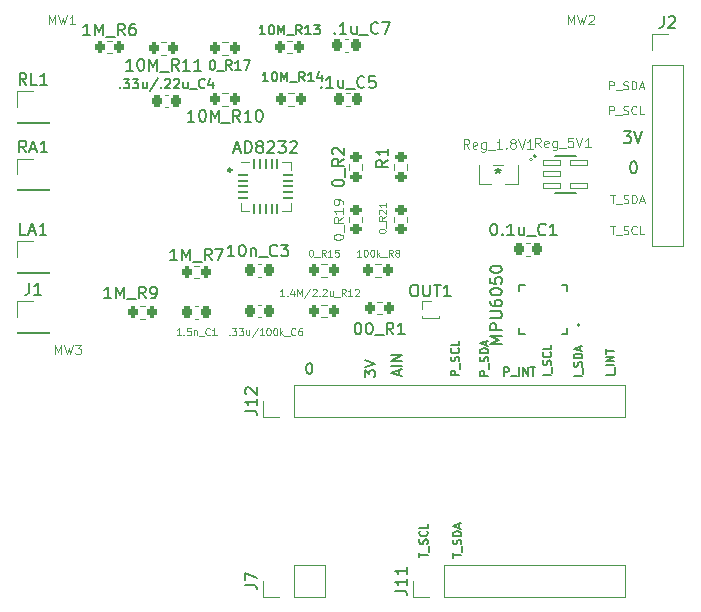
<source format=gto>
%TF.GenerationSoftware,KiCad,Pcbnew,(6.0.9)*%
%TF.CreationDate,2024-01-25T22:47:47-06:00*%
%TF.ProjectId,AD8232_Heart_Rate_Monitor_v4.0,41443832-3332-45f4-9865-6172745f5261,rev?*%
%TF.SameCoordinates,Original*%
%TF.FileFunction,Legend,Top*%
%TF.FilePolarity,Positive*%
%FSLAX46Y46*%
G04 Gerber Fmt 4.6, Leading zero omitted, Abs format (unit mm)*
G04 Created by KiCad (PCBNEW (6.0.9)) date 2024-01-25 22:47:47*
%MOMM*%
%LPD*%
G01*
G04 APERTURE LIST*
G04 Aperture macros list*
%AMRoundRect*
0 Rectangle with rounded corners*
0 $1 Rounding radius*
0 $2 $3 $4 $5 $6 $7 $8 $9 X,Y pos of 4 corners*
0 Add a 4 corners polygon primitive as box body*
4,1,4,$2,$3,$4,$5,$6,$7,$8,$9,$2,$3,0*
0 Add four circle primitives for the rounded corners*
1,1,$1+$1,$2,$3*
1,1,$1+$1,$4,$5*
1,1,$1+$1,$6,$7*
1,1,$1+$1,$8,$9*
0 Add four rect primitives between the rounded corners*
20,1,$1+$1,$2,$3,$4,$5,0*
20,1,$1+$1,$4,$5,$6,$7,0*
20,1,$1+$1,$6,$7,$8,$9,0*
20,1,$1+$1,$8,$9,$2,$3,0*%
G04 Aperture macros list end*
%ADD10C,0.150000*%
%ADD11C,0.100000*%
%ADD12C,0.294000*%
%ADD13C,0.200000*%
%ADD14C,0.110000*%
%ADD15C,0.120000*%
%ADD16C,0.127000*%
%ADD17R,1.700000X1.700000*%
%ADD18O,1.700000X1.700000*%
%ADD19RoundRect,0.225000X-0.225000X-0.250000X0.225000X-0.250000X0.225000X0.250000X-0.225000X0.250000X0*%
%ADD20RoundRect,0.200000X0.275000X-0.200000X0.275000X0.200000X-0.275000X0.200000X-0.275000X-0.200000X0*%
%ADD21RoundRect,0.200000X-0.200000X-0.275000X0.200000X-0.275000X0.200000X0.275000X-0.200000X0.275000X0*%
%ADD22RoundRect,0.200000X0.200000X0.275000X-0.200000X0.275000X-0.200000X-0.275000X0.200000X-0.275000X0*%
%ADD23RoundRect,0.200000X-0.275000X0.200000X-0.275000X-0.200000X0.275000X-0.200000X0.275000X0.200000X0*%
%ADD24RoundRect,0.225000X0.225000X0.250000X-0.225000X0.250000X-0.225000X-0.250000X0.225000X-0.250000X0*%
%ADD25R,0.850000X0.850000*%
%ADD26RoundRect,0.062500X-0.350000X-0.062500X0.350000X-0.062500X0.350000X0.062500X-0.350000X0.062500X0*%
%ADD27RoundRect,0.062500X-0.062500X-0.350000X0.062500X-0.350000X0.062500X0.350000X-0.062500X0.350000X0*%
%ADD28R,2.500000X2.500000*%
%ADD29R,0.790000X0.260000*%
%ADD30R,0.260000X0.790000*%
%ADD31C,3.500000*%
%ADD32C,2.600000*%
%ADD33R,0.812800X0.889000*%
%ADD34RoundRect,0.041300X-0.683700X-0.253700X0.683700X-0.253700X0.683700X0.253700X-0.683700X0.253700X0*%
G04 APERTURE END LIST*
D10*
X147932780Y-75728580D02*
X148028019Y-75728580D01*
X148123257Y-75776200D01*
X148170876Y-75823819D01*
X148218495Y-75919057D01*
X148266114Y-76109533D01*
X148266114Y-76347628D01*
X148218495Y-76538104D01*
X148170876Y-76633342D01*
X148123257Y-76680961D01*
X148028019Y-76728580D01*
X147932780Y-76728580D01*
X147837542Y-76680961D01*
X147789923Y-76633342D01*
X147742304Y-76538104D01*
X147694685Y-76347628D01*
X147694685Y-76109533D01*
X147742304Y-75919057D01*
X147789923Y-75823819D01*
X147837542Y-75776200D01*
X147932780Y-75728580D01*
D11*
X146013666Y-81201062D02*
X146413666Y-81201062D01*
X146213666Y-81901062D02*
X146213666Y-81201062D01*
X146480333Y-81967729D02*
X147013666Y-81967729D01*
X147147000Y-81867729D02*
X147247000Y-81901062D01*
X147413666Y-81901062D01*
X147480333Y-81867729D01*
X147513666Y-81834396D01*
X147547000Y-81767729D01*
X147547000Y-81701062D01*
X147513666Y-81634396D01*
X147480333Y-81601062D01*
X147413666Y-81567729D01*
X147280333Y-81534396D01*
X147213666Y-81501062D01*
X147180333Y-81467729D01*
X147147000Y-81401062D01*
X147147000Y-81334396D01*
X147180333Y-81267729D01*
X147213666Y-81234396D01*
X147280333Y-81201062D01*
X147447000Y-81201062D01*
X147547000Y-81234396D01*
X148247000Y-81834396D02*
X148213666Y-81867729D01*
X148113666Y-81901062D01*
X148047000Y-81901062D01*
X147947000Y-81867729D01*
X147880333Y-81801062D01*
X147847000Y-81734396D01*
X147813666Y-81601062D01*
X147813666Y-81501062D01*
X147847000Y-81367729D01*
X147880333Y-81301062D01*
X147947000Y-81234396D01*
X148047000Y-81201062D01*
X148113666Y-81201062D01*
X148213666Y-81234396D01*
X148247000Y-81267729D01*
X148880333Y-81901062D02*
X148547000Y-81901062D01*
X148547000Y-81201062D01*
X146022400Y-78559866D02*
X146422400Y-78559866D01*
X146222400Y-79259866D02*
X146222400Y-78559866D01*
X146489066Y-79326533D02*
X147022400Y-79326533D01*
X147155733Y-79226533D02*
X147255733Y-79259866D01*
X147422400Y-79259866D01*
X147489066Y-79226533D01*
X147522400Y-79193200D01*
X147555733Y-79126533D01*
X147555733Y-79059866D01*
X147522400Y-78993200D01*
X147489066Y-78959866D01*
X147422400Y-78926533D01*
X147289066Y-78893200D01*
X147222400Y-78859866D01*
X147189066Y-78826533D01*
X147155733Y-78759866D01*
X147155733Y-78693200D01*
X147189066Y-78626533D01*
X147222400Y-78593200D01*
X147289066Y-78559866D01*
X147455733Y-78559866D01*
X147555733Y-78593200D01*
X147855733Y-79259866D02*
X147855733Y-78559866D01*
X148022400Y-78559866D01*
X148122400Y-78593200D01*
X148189066Y-78659866D01*
X148222400Y-78726533D01*
X148255733Y-78859866D01*
X148255733Y-78959866D01*
X148222400Y-79093200D01*
X148189066Y-79159866D01*
X148122400Y-79226533D01*
X148022400Y-79259866D01*
X147855733Y-79259866D01*
X148522400Y-79059866D02*
X148855733Y-79059866D01*
X148455733Y-79259866D02*
X148689066Y-78559866D01*
X148922400Y-79259866D01*
D10*
X147142295Y-73188580D02*
X147761342Y-73188580D01*
X147428009Y-73569533D01*
X147570866Y-73569533D01*
X147666104Y-73617152D01*
X147713723Y-73664771D01*
X147761342Y-73760009D01*
X147761342Y-73998104D01*
X147713723Y-74093342D01*
X147666104Y-74140961D01*
X147570866Y-74188580D01*
X147285152Y-74188580D01*
X147189914Y-74140961D01*
X147142295Y-74093342D01*
X148047057Y-73188580D02*
X148380390Y-74188580D01*
X148713723Y-73188580D01*
D11*
X145928733Y-71741466D02*
X145928733Y-71041466D01*
X146195400Y-71041466D01*
X146262066Y-71074800D01*
X146295400Y-71108133D01*
X146328733Y-71174800D01*
X146328733Y-71274800D01*
X146295400Y-71341466D01*
X146262066Y-71374800D01*
X146195400Y-71408133D01*
X145928733Y-71408133D01*
X146462066Y-71808133D02*
X146995400Y-71808133D01*
X147128733Y-71708133D02*
X147228733Y-71741466D01*
X147395400Y-71741466D01*
X147462066Y-71708133D01*
X147495400Y-71674800D01*
X147528733Y-71608133D01*
X147528733Y-71541466D01*
X147495400Y-71474800D01*
X147462066Y-71441466D01*
X147395400Y-71408133D01*
X147262066Y-71374800D01*
X147195400Y-71341466D01*
X147162066Y-71308133D01*
X147128733Y-71241466D01*
X147128733Y-71174800D01*
X147162066Y-71108133D01*
X147195400Y-71074800D01*
X147262066Y-71041466D01*
X147428733Y-71041466D01*
X147528733Y-71074800D01*
X148228733Y-71674800D02*
X148195400Y-71708133D01*
X148095400Y-71741466D01*
X148028733Y-71741466D01*
X147928733Y-71708133D01*
X147862066Y-71641466D01*
X147828733Y-71574800D01*
X147795400Y-71441466D01*
X147795400Y-71341466D01*
X147828733Y-71208133D01*
X147862066Y-71141466D01*
X147928733Y-71074800D01*
X148028733Y-71041466D01*
X148095400Y-71041466D01*
X148195400Y-71074800D01*
X148228733Y-71108133D01*
X148862066Y-71741466D02*
X148528733Y-71741466D01*
X148528733Y-71041466D01*
X145937466Y-69633266D02*
X145937466Y-68933266D01*
X146204133Y-68933266D01*
X146270800Y-68966600D01*
X146304133Y-68999933D01*
X146337466Y-69066600D01*
X146337466Y-69166600D01*
X146304133Y-69233266D01*
X146270800Y-69266600D01*
X146204133Y-69299933D01*
X145937466Y-69299933D01*
X146470800Y-69699933D02*
X147004133Y-69699933D01*
X147137466Y-69599933D02*
X147237466Y-69633266D01*
X147404133Y-69633266D01*
X147470800Y-69599933D01*
X147504133Y-69566600D01*
X147537466Y-69499933D01*
X147537466Y-69433266D01*
X147504133Y-69366600D01*
X147470800Y-69333266D01*
X147404133Y-69299933D01*
X147270800Y-69266600D01*
X147204133Y-69233266D01*
X147170800Y-69199933D01*
X147137466Y-69133266D01*
X147137466Y-69066600D01*
X147170800Y-68999933D01*
X147204133Y-68966600D01*
X147270800Y-68933266D01*
X147437466Y-68933266D01*
X147537466Y-68966600D01*
X147837466Y-69633266D02*
X147837466Y-68933266D01*
X148004133Y-68933266D01*
X148104133Y-68966600D01*
X148170800Y-69033266D01*
X148204133Y-69099933D01*
X148237466Y-69233266D01*
X148237466Y-69333266D01*
X148204133Y-69466600D01*
X148170800Y-69533266D01*
X148104133Y-69599933D01*
X148004133Y-69633266D01*
X147837466Y-69633266D01*
X148504133Y-69433266D02*
X148837466Y-69433266D01*
X148437466Y-69633266D02*
X148670800Y-68933266D01*
X148904133Y-69633266D01*
D12*
X113939000Y-76454000D02*
G75*
G03*
X113939000Y-76454000I-147000J0D01*
G01*
D13*
X128115200Y-93838600D02*
X128115200Y-93410028D01*
X128372342Y-93924314D02*
X127472342Y-93624314D01*
X128372342Y-93324314D01*
X128372342Y-93024314D02*
X127472342Y-93024314D01*
X128372342Y-92595742D02*
X127472342Y-92595742D01*
X128372342Y-92081457D01*
X127472342Y-92081457D01*
D10*
X135698666Y-93863933D02*
X134998666Y-93863933D01*
X134998666Y-93597266D01*
X135032000Y-93530600D01*
X135065333Y-93497266D01*
X135132000Y-93463933D01*
X135232000Y-93463933D01*
X135298666Y-93497266D01*
X135332000Y-93530600D01*
X135365333Y-93597266D01*
X135365333Y-93863933D01*
X135765333Y-93330600D02*
X135765333Y-92797266D01*
X135665333Y-92663933D02*
X135698666Y-92563933D01*
X135698666Y-92397266D01*
X135665333Y-92330600D01*
X135632000Y-92297266D01*
X135565333Y-92263933D01*
X135498666Y-92263933D01*
X135432000Y-92297266D01*
X135398666Y-92330600D01*
X135365333Y-92397266D01*
X135332000Y-92530600D01*
X135298666Y-92597266D01*
X135265333Y-92630600D01*
X135198666Y-92663933D01*
X135132000Y-92663933D01*
X135065333Y-92630600D01*
X135032000Y-92597266D01*
X134998666Y-92530600D01*
X134998666Y-92363933D01*
X135032000Y-92263933D01*
X135698666Y-91963933D02*
X134998666Y-91963933D01*
X134998666Y-91797266D01*
X135032000Y-91697266D01*
X135098666Y-91630600D01*
X135165333Y-91597266D01*
X135298666Y-91563933D01*
X135398666Y-91563933D01*
X135532000Y-91597266D01*
X135598666Y-91630600D01*
X135665333Y-91697266D01*
X135698666Y-91797266D01*
X135698666Y-91963933D01*
X135498666Y-91297266D02*
X135498666Y-90963933D01*
X135698666Y-91363933D02*
X134998666Y-91130600D01*
X135698666Y-90897266D01*
X146366666Y-93852866D02*
X145666666Y-93852866D01*
X146433333Y-93686200D02*
X146433333Y-93152866D01*
X146366666Y-92986200D02*
X145666666Y-92986200D01*
X146366666Y-92652866D02*
X145666666Y-92652866D01*
X146366666Y-92252866D01*
X145666666Y-92252866D01*
X145666666Y-92019533D02*
X145666666Y-91619533D01*
X146366666Y-91819533D02*
X145666666Y-91819533D01*
X143623466Y-93934600D02*
X142923466Y-93934600D01*
X143690133Y-93767933D02*
X143690133Y-93234600D01*
X143590133Y-93101266D02*
X143623466Y-93001266D01*
X143623466Y-92834600D01*
X143590133Y-92767933D01*
X143556800Y-92734600D01*
X143490133Y-92701266D01*
X143423466Y-92701266D01*
X143356800Y-92734600D01*
X143323466Y-92767933D01*
X143290133Y-92834600D01*
X143256800Y-92967933D01*
X143223466Y-93034600D01*
X143190133Y-93067933D01*
X143123466Y-93101266D01*
X143056800Y-93101266D01*
X142990133Y-93067933D01*
X142956800Y-93034600D01*
X142923466Y-92967933D01*
X142923466Y-92801266D01*
X142956800Y-92701266D01*
X143623466Y-92401266D02*
X142923466Y-92401266D01*
X142923466Y-92234600D01*
X142956800Y-92134600D01*
X143023466Y-92067933D01*
X143090133Y-92034600D01*
X143223466Y-92001266D01*
X143323466Y-92001266D01*
X143456800Y-92034600D01*
X143523466Y-92067933D01*
X143590133Y-92134600D01*
X143623466Y-92234600D01*
X143623466Y-92401266D01*
X143423466Y-91734600D02*
X143423466Y-91401266D01*
X143623466Y-91801266D02*
X142923466Y-91567933D01*
X143623466Y-91334600D01*
X141007266Y-93816333D02*
X140307266Y-93816333D01*
X141073933Y-93649666D02*
X141073933Y-93116333D01*
X140973933Y-92983000D02*
X141007266Y-92883000D01*
X141007266Y-92716333D01*
X140973933Y-92649666D01*
X140940600Y-92616333D01*
X140873933Y-92583000D01*
X140807266Y-92583000D01*
X140740600Y-92616333D01*
X140707266Y-92649666D01*
X140673933Y-92716333D01*
X140640600Y-92849666D01*
X140607266Y-92916333D01*
X140573933Y-92949666D01*
X140507266Y-92983000D01*
X140440600Y-92983000D01*
X140373933Y-92949666D01*
X140340600Y-92916333D01*
X140307266Y-92849666D01*
X140307266Y-92683000D01*
X140340600Y-92583000D01*
X140940600Y-91883000D02*
X140973933Y-91916333D01*
X141007266Y-92016333D01*
X141007266Y-92083000D01*
X140973933Y-92183000D01*
X140907266Y-92249666D01*
X140840600Y-92283000D01*
X140707266Y-92316333D01*
X140607266Y-92316333D01*
X140473933Y-92283000D01*
X140407266Y-92249666D01*
X140340600Y-92183000D01*
X140307266Y-92083000D01*
X140307266Y-92016333D01*
X140340600Y-91916333D01*
X140373933Y-91883000D01*
X141007266Y-91249666D02*
X141007266Y-91583000D01*
X140307266Y-91583000D01*
D13*
X125237142Y-93954514D02*
X125237142Y-93397371D01*
X125580000Y-93697371D01*
X125580000Y-93568800D01*
X125622857Y-93483085D01*
X125665714Y-93440228D01*
X125751428Y-93397371D01*
X125965714Y-93397371D01*
X126051428Y-93440228D01*
X126094285Y-93483085D01*
X126137142Y-93568800D01*
X126137142Y-93825942D01*
X126094285Y-93911657D01*
X126051428Y-93954514D01*
X125237142Y-93140228D02*
X126137142Y-92840228D01*
X125237142Y-92540228D01*
X120480142Y-92826742D02*
X120565857Y-92826742D01*
X120651571Y-92869600D01*
X120694428Y-92912457D01*
X120737285Y-92998171D01*
X120780142Y-93169600D01*
X120780142Y-93383885D01*
X120737285Y-93555314D01*
X120694428Y-93641028D01*
X120651571Y-93683885D01*
X120565857Y-93726742D01*
X120480142Y-93726742D01*
X120394428Y-93683885D01*
X120351571Y-93641028D01*
X120308714Y-93555314D01*
X120265857Y-93383885D01*
X120265857Y-93169600D01*
X120308714Y-92998171D01*
X120351571Y-92912457D01*
X120394428Y-92869600D01*
X120480142Y-92826742D01*
D10*
X137053000Y-93864866D02*
X137053000Y-93164866D01*
X137319666Y-93164866D01*
X137386333Y-93198200D01*
X137419666Y-93231533D01*
X137453000Y-93298200D01*
X137453000Y-93398200D01*
X137419666Y-93464866D01*
X137386333Y-93498200D01*
X137319666Y-93531533D01*
X137053000Y-93531533D01*
X137586333Y-93931533D02*
X138119666Y-93931533D01*
X138286333Y-93864866D02*
X138286333Y-93164866D01*
X138619666Y-93864866D02*
X138619666Y-93164866D01*
X139019666Y-93864866D01*
X139019666Y-93164866D01*
X139253000Y-93164866D02*
X139653000Y-93164866D01*
X139453000Y-93864866D02*
X139453000Y-93164866D01*
X133234866Y-93847266D02*
X132534866Y-93847266D01*
X132534866Y-93580600D01*
X132568200Y-93513933D01*
X132601533Y-93480600D01*
X132668200Y-93447266D01*
X132768200Y-93447266D01*
X132834866Y-93480600D01*
X132868200Y-93513933D01*
X132901533Y-93580600D01*
X132901533Y-93847266D01*
X133301533Y-93313933D02*
X133301533Y-92780600D01*
X133201533Y-92647266D02*
X133234866Y-92547266D01*
X133234866Y-92380600D01*
X133201533Y-92313933D01*
X133168200Y-92280600D01*
X133101533Y-92247266D01*
X133034866Y-92247266D01*
X132968200Y-92280600D01*
X132934866Y-92313933D01*
X132901533Y-92380600D01*
X132868200Y-92513933D01*
X132834866Y-92580600D01*
X132801533Y-92613933D01*
X132734866Y-92647266D01*
X132668200Y-92647266D01*
X132601533Y-92613933D01*
X132568200Y-92580600D01*
X132534866Y-92513933D01*
X132534866Y-92347266D01*
X132568200Y-92247266D01*
X133168200Y-91547266D02*
X133201533Y-91580600D01*
X133234866Y-91680600D01*
X133234866Y-91747266D01*
X133201533Y-91847266D01*
X133134866Y-91913933D01*
X133068200Y-91947266D01*
X132934866Y-91980600D01*
X132834866Y-91980600D01*
X132701533Y-91947266D01*
X132634866Y-91913933D01*
X132568200Y-91847266D01*
X132534866Y-91747266D01*
X132534866Y-91680600D01*
X132568200Y-91580600D01*
X132601533Y-91547266D01*
X133234866Y-90913933D02*
X133234866Y-91247266D01*
X132534866Y-91247266D01*
X132687266Y-109273000D02*
X132687266Y-108873000D01*
X133387266Y-109073000D02*
X132687266Y-109073000D01*
X133453933Y-108806333D02*
X133453933Y-108273000D01*
X133353933Y-108139666D02*
X133387266Y-108039666D01*
X133387266Y-107873000D01*
X133353933Y-107806333D01*
X133320600Y-107773000D01*
X133253933Y-107739666D01*
X133187266Y-107739666D01*
X133120600Y-107773000D01*
X133087266Y-107806333D01*
X133053933Y-107873000D01*
X133020600Y-108006333D01*
X132987266Y-108073000D01*
X132953933Y-108106333D01*
X132887266Y-108139666D01*
X132820600Y-108139666D01*
X132753933Y-108106333D01*
X132720600Y-108073000D01*
X132687266Y-108006333D01*
X132687266Y-107839666D01*
X132720600Y-107739666D01*
X133387266Y-107439666D02*
X132687266Y-107439666D01*
X132687266Y-107273000D01*
X132720600Y-107173000D01*
X132787266Y-107106333D01*
X132853933Y-107073000D01*
X132987266Y-107039666D01*
X133087266Y-107039666D01*
X133220600Y-107073000D01*
X133287266Y-107106333D01*
X133353933Y-107173000D01*
X133387266Y-107273000D01*
X133387266Y-107439666D01*
X133187266Y-106773000D02*
X133187266Y-106439666D01*
X133387266Y-106839666D02*
X132687266Y-106606333D01*
X133387266Y-106373000D01*
X129867866Y-109256333D02*
X129867866Y-108856333D01*
X130567866Y-109056333D02*
X129867866Y-109056333D01*
X130634533Y-108789666D02*
X130634533Y-108256333D01*
X130534533Y-108123000D02*
X130567866Y-108023000D01*
X130567866Y-107856333D01*
X130534533Y-107789666D01*
X130501200Y-107756333D01*
X130434533Y-107723000D01*
X130367866Y-107723000D01*
X130301200Y-107756333D01*
X130267866Y-107789666D01*
X130234533Y-107856333D01*
X130201200Y-107989666D01*
X130167866Y-108056333D01*
X130134533Y-108089666D01*
X130067866Y-108123000D01*
X130001200Y-108123000D01*
X129934533Y-108089666D01*
X129901200Y-108056333D01*
X129867866Y-107989666D01*
X129867866Y-107823000D01*
X129901200Y-107723000D01*
X130501200Y-107023000D02*
X130534533Y-107056333D01*
X130567866Y-107156333D01*
X130567866Y-107223000D01*
X130534533Y-107323000D01*
X130467866Y-107389666D01*
X130401200Y-107423000D01*
X130267866Y-107456333D01*
X130167866Y-107456333D01*
X130034533Y-107423000D01*
X129967866Y-107389666D01*
X129901200Y-107323000D01*
X129867866Y-107223000D01*
X129867866Y-107156333D01*
X129901200Y-107056333D01*
X129934533Y-107023000D01*
X130567866Y-106389666D02*
X130567866Y-106723000D01*
X129867866Y-106723000D01*
X115105380Y-96821523D02*
X115819666Y-96821523D01*
X115962523Y-96869142D01*
X116057761Y-96964380D01*
X116105380Y-97107238D01*
X116105380Y-97202476D01*
X116105380Y-95821523D02*
X116105380Y-96392952D01*
X116105380Y-96107238D02*
X115105380Y-96107238D01*
X115248238Y-96202476D01*
X115343476Y-96297714D01*
X115391095Y-96392952D01*
X115200619Y-95440571D02*
X115153000Y-95392952D01*
X115105380Y-95297714D01*
X115105380Y-95059619D01*
X115153000Y-94964380D01*
X115200619Y-94916761D01*
X115295857Y-94869142D01*
X115391095Y-94869142D01*
X115533952Y-94916761D01*
X116105380Y-95488190D01*
X116105380Y-94869142D01*
X115105380Y-111585333D02*
X115819666Y-111585333D01*
X115962523Y-111632952D01*
X116057761Y-111728190D01*
X116105380Y-111871047D01*
X116105380Y-111966285D01*
X115105380Y-111204380D02*
X115105380Y-110537714D01*
X116105380Y-110966285D01*
X127805380Y-112061523D02*
X128519666Y-112061523D01*
X128662523Y-112109142D01*
X128757761Y-112204380D01*
X128805380Y-112347238D01*
X128805380Y-112442476D01*
X128805380Y-111061523D02*
X128805380Y-111632952D01*
X128805380Y-111347238D02*
X127805380Y-111347238D01*
X127948238Y-111442476D01*
X128043476Y-111537714D01*
X128091095Y-111632952D01*
X128805380Y-110109142D02*
X128805380Y-110680571D01*
X128805380Y-110394857D02*
X127805380Y-110394857D01*
X127948238Y-110490095D01*
X128043476Y-110585333D01*
X128091095Y-110680571D01*
X121539285Y-69412142D02*
X121586904Y-69459761D01*
X121539285Y-69507380D01*
X121491666Y-69459761D01*
X121539285Y-69412142D01*
X121539285Y-69507380D01*
X122539285Y-69507380D02*
X121967857Y-69507380D01*
X122253571Y-69507380D02*
X122253571Y-68507380D01*
X122158333Y-68650238D01*
X122063095Y-68745476D01*
X121967857Y-68793095D01*
X123396428Y-68840714D02*
X123396428Y-69507380D01*
X122967857Y-68840714D02*
X122967857Y-69364523D01*
X123015476Y-69459761D01*
X123110714Y-69507380D01*
X123253571Y-69507380D01*
X123348809Y-69459761D01*
X123396428Y-69412142D01*
X123634523Y-69602619D02*
X124396428Y-69602619D01*
X125205952Y-69412142D02*
X125158333Y-69459761D01*
X125015476Y-69507380D01*
X124920238Y-69507380D01*
X124777380Y-69459761D01*
X124682142Y-69364523D01*
X124634523Y-69269285D01*
X124586904Y-69078809D01*
X124586904Y-68935952D01*
X124634523Y-68745476D01*
X124682142Y-68650238D01*
X124777380Y-68555000D01*
X124920238Y-68507380D01*
X125015476Y-68507380D01*
X125158333Y-68555000D01*
X125205952Y-68602619D01*
X126110714Y-68507380D02*
X125634523Y-68507380D01*
X125586904Y-68983571D01*
X125634523Y-68935952D01*
X125729761Y-68888333D01*
X125967857Y-68888333D01*
X126063095Y-68935952D01*
X126110714Y-68983571D01*
X126158333Y-69078809D01*
X126158333Y-69316904D01*
X126110714Y-69412142D01*
X126063095Y-69459761D01*
X125967857Y-69507380D01*
X125729761Y-69507380D01*
X125634523Y-69459761D01*
X125586904Y-69412142D01*
X122682285Y-64840142D02*
X122729904Y-64887761D01*
X122682285Y-64935380D01*
X122634666Y-64887761D01*
X122682285Y-64840142D01*
X122682285Y-64935380D01*
X123682285Y-64935380D02*
X123110857Y-64935380D01*
X123396571Y-64935380D02*
X123396571Y-63935380D01*
X123301333Y-64078238D01*
X123206095Y-64173476D01*
X123110857Y-64221095D01*
X124539428Y-64268714D02*
X124539428Y-64935380D01*
X124110857Y-64268714D02*
X124110857Y-64792523D01*
X124158476Y-64887761D01*
X124253714Y-64935380D01*
X124396571Y-64935380D01*
X124491809Y-64887761D01*
X124539428Y-64840142D01*
X124777523Y-65030619D02*
X125539428Y-65030619D01*
X126348952Y-64840142D02*
X126301333Y-64887761D01*
X126158476Y-64935380D01*
X126063238Y-64935380D01*
X125920380Y-64887761D01*
X125825142Y-64792523D01*
X125777523Y-64697285D01*
X125729904Y-64506809D01*
X125729904Y-64363952D01*
X125777523Y-64173476D01*
X125825142Y-64078238D01*
X125920380Y-63983000D01*
X126063238Y-63935380D01*
X126158476Y-63935380D01*
X126301333Y-63983000D01*
X126348952Y-64030619D01*
X126682285Y-63935380D02*
X127348952Y-63935380D01*
X126920380Y-64935380D01*
X104515142Y-69467714D02*
X104553238Y-69505809D01*
X104515142Y-69543904D01*
X104477047Y-69505809D01*
X104515142Y-69467714D01*
X104515142Y-69543904D01*
X104819904Y-68743904D02*
X105315142Y-68743904D01*
X105048476Y-69048666D01*
X105162761Y-69048666D01*
X105238952Y-69086761D01*
X105277047Y-69124857D01*
X105315142Y-69201047D01*
X105315142Y-69391523D01*
X105277047Y-69467714D01*
X105238952Y-69505809D01*
X105162761Y-69543904D01*
X104934190Y-69543904D01*
X104858000Y-69505809D01*
X104819904Y-69467714D01*
X105581809Y-68743904D02*
X106077047Y-68743904D01*
X105810380Y-69048666D01*
X105924666Y-69048666D01*
X106000857Y-69086761D01*
X106038952Y-69124857D01*
X106077047Y-69201047D01*
X106077047Y-69391523D01*
X106038952Y-69467714D01*
X106000857Y-69505809D01*
X105924666Y-69543904D01*
X105696095Y-69543904D01*
X105619904Y-69505809D01*
X105581809Y-69467714D01*
X106762761Y-69010571D02*
X106762761Y-69543904D01*
X106419904Y-69010571D02*
X106419904Y-69429619D01*
X106458000Y-69505809D01*
X106534190Y-69543904D01*
X106648476Y-69543904D01*
X106724666Y-69505809D01*
X106762761Y-69467714D01*
X107715142Y-68705809D02*
X107029428Y-69734380D01*
X107981809Y-69467714D02*
X108019904Y-69505809D01*
X107981809Y-69543904D01*
X107943714Y-69505809D01*
X107981809Y-69467714D01*
X107981809Y-69543904D01*
X108324666Y-68820095D02*
X108362761Y-68782000D01*
X108438952Y-68743904D01*
X108629428Y-68743904D01*
X108705619Y-68782000D01*
X108743714Y-68820095D01*
X108781809Y-68896285D01*
X108781809Y-68972476D01*
X108743714Y-69086761D01*
X108286571Y-69543904D01*
X108781809Y-69543904D01*
X109086571Y-68820095D02*
X109124666Y-68782000D01*
X109200857Y-68743904D01*
X109391333Y-68743904D01*
X109467523Y-68782000D01*
X109505619Y-68820095D01*
X109543714Y-68896285D01*
X109543714Y-68972476D01*
X109505619Y-69086761D01*
X109048476Y-69543904D01*
X109543714Y-69543904D01*
X110229428Y-69010571D02*
X110229428Y-69543904D01*
X109886571Y-69010571D02*
X109886571Y-69429619D01*
X109924666Y-69505809D01*
X110000857Y-69543904D01*
X110115142Y-69543904D01*
X110191333Y-69505809D01*
X110229428Y-69467714D01*
X110419904Y-69620095D02*
X111029428Y-69620095D01*
X111677047Y-69467714D02*
X111638952Y-69505809D01*
X111524666Y-69543904D01*
X111448476Y-69543904D01*
X111334190Y-69505809D01*
X111258000Y-69429619D01*
X111219904Y-69353428D01*
X111181809Y-69201047D01*
X111181809Y-69086761D01*
X111219904Y-68934380D01*
X111258000Y-68858190D01*
X111334190Y-68782000D01*
X111448476Y-68743904D01*
X111524666Y-68743904D01*
X111638952Y-68782000D01*
X111677047Y-68820095D01*
X112362761Y-69010571D02*
X112362761Y-69543904D01*
X112172285Y-68705809D02*
X111981809Y-69277238D01*
X112477047Y-69277238D01*
D11*
X113768571Y-90384285D02*
X113797142Y-90412857D01*
X113768571Y-90441428D01*
X113740000Y-90412857D01*
X113768571Y-90384285D01*
X113768571Y-90441428D01*
X113997142Y-89841428D02*
X114368571Y-89841428D01*
X114168571Y-90070000D01*
X114254285Y-90070000D01*
X114311428Y-90098571D01*
X114340000Y-90127142D01*
X114368571Y-90184285D01*
X114368571Y-90327142D01*
X114340000Y-90384285D01*
X114311428Y-90412857D01*
X114254285Y-90441428D01*
X114082857Y-90441428D01*
X114025714Y-90412857D01*
X113997142Y-90384285D01*
X114568571Y-89841428D02*
X114940000Y-89841428D01*
X114740000Y-90070000D01*
X114825714Y-90070000D01*
X114882857Y-90098571D01*
X114911428Y-90127142D01*
X114940000Y-90184285D01*
X114940000Y-90327142D01*
X114911428Y-90384285D01*
X114882857Y-90412857D01*
X114825714Y-90441428D01*
X114654285Y-90441428D01*
X114597142Y-90412857D01*
X114568571Y-90384285D01*
X115454285Y-90041428D02*
X115454285Y-90441428D01*
X115197142Y-90041428D02*
X115197142Y-90355714D01*
X115225714Y-90412857D01*
X115282857Y-90441428D01*
X115368571Y-90441428D01*
X115425714Y-90412857D01*
X115454285Y-90384285D01*
X116168571Y-89812857D02*
X115654285Y-90584285D01*
X116682857Y-90441428D02*
X116340000Y-90441428D01*
X116511428Y-90441428D02*
X116511428Y-89841428D01*
X116454285Y-89927142D01*
X116397142Y-89984285D01*
X116340000Y-90012857D01*
X117054285Y-89841428D02*
X117111428Y-89841428D01*
X117168571Y-89870000D01*
X117197142Y-89898571D01*
X117225714Y-89955714D01*
X117254285Y-90070000D01*
X117254285Y-90212857D01*
X117225714Y-90327142D01*
X117197142Y-90384285D01*
X117168571Y-90412857D01*
X117111428Y-90441428D01*
X117054285Y-90441428D01*
X116997142Y-90412857D01*
X116968571Y-90384285D01*
X116940000Y-90327142D01*
X116911428Y-90212857D01*
X116911428Y-90070000D01*
X116940000Y-89955714D01*
X116968571Y-89898571D01*
X116997142Y-89870000D01*
X117054285Y-89841428D01*
X117625714Y-89841428D02*
X117682857Y-89841428D01*
X117740000Y-89870000D01*
X117768571Y-89898571D01*
X117797142Y-89955714D01*
X117825714Y-90070000D01*
X117825714Y-90212857D01*
X117797142Y-90327142D01*
X117768571Y-90384285D01*
X117740000Y-90412857D01*
X117682857Y-90441428D01*
X117625714Y-90441428D01*
X117568571Y-90412857D01*
X117540000Y-90384285D01*
X117511428Y-90327142D01*
X117482857Y-90212857D01*
X117482857Y-90070000D01*
X117511428Y-89955714D01*
X117540000Y-89898571D01*
X117568571Y-89870000D01*
X117625714Y-89841428D01*
X118082857Y-90441428D02*
X118082857Y-89841428D01*
X118140000Y-90212857D02*
X118311428Y-90441428D01*
X118311428Y-90041428D02*
X118082857Y-90270000D01*
X118425714Y-90498571D02*
X118882857Y-90498571D01*
X119368571Y-90384285D02*
X119340000Y-90412857D01*
X119254285Y-90441428D01*
X119197142Y-90441428D01*
X119111428Y-90412857D01*
X119054285Y-90355714D01*
X119025714Y-90298571D01*
X118997142Y-90184285D01*
X118997142Y-90098571D01*
X119025714Y-89984285D01*
X119054285Y-89927142D01*
X119111428Y-89870000D01*
X119197142Y-89841428D01*
X119254285Y-89841428D01*
X119340000Y-89870000D01*
X119368571Y-89898571D01*
X119882857Y-89841428D02*
X119768571Y-89841428D01*
X119711428Y-89870000D01*
X119682857Y-89898571D01*
X119625714Y-89984285D01*
X119597142Y-90098571D01*
X119597142Y-90327142D01*
X119625714Y-90384285D01*
X119654285Y-90412857D01*
X119711428Y-90441428D01*
X119825714Y-90441428D01*
X119882857Y-90412857D01*
X119911428Y-90384285D01*
X119940000Y-90327142D01*
X119940000Y-90184285D01*
X119911428Y-90127142D01*
X119882857Y-90098571D01*
X119825714Y-90070000D01*
X119711428Y-90070000D01*
X119654285Y-90098571D01*
X119625714Y-90127142D01*
X119597142Y-90184285D01*
D10*
X122482380Y-77604761D02*
X122482380Y-77509523D01*
X122530000Y-77414285D01*
X122577619Y-77366666D01*
X122672857Y-77319047D01*
X122863333Y-77271428D01*
X123101428Y-77271428D01*
X123291904Y-77319047D01*
X123387142Y-77366666D01*
X123434761Y-77414285D01*
X123482380Y-77509523D01*
X123482380Y-77604761D01*
X123434761Y-77700000D01*
X123387142Y-77747619D01*
X123291904Y-77795238D01*
X123101428Y-77842857D01*
X122863333Y-77842857D01*
X122672857Y-77795238D01*
X122577619Y-77747619D01*
X122530000Y-77700000D01*
X122482380Y-77604761D01*
X123577619Y-77080952D02*
X123577619Y-76319047D01*
X123482380Y-75509523D02*
X123006190Y-75842857D01*
X123482380Y-76080952D02*
X122482380Y-76080952D01*
X122482380Y-75700000D01*
X122530000Y-75604761D01*
X122577619Y-75557142D01*
X122672857Y-75509523D01*
X122815714Y-75509523D01*
X122910952Y-75557142D01*
X122958571Y-75604761D01*
X123006190Y-75700000D01*
X123006190Y-76080952D01*
X122577619Y-75128571D02*
X122530000Y-75080952D01*
X122482380Y-74985714D01*
X122482380Y-74747619D01*
X122530000Y-74652380D01*
X122577619Y-74604761D01*
X122672857Y-74557142D01*
X122768095Y-74557142D01*
X122910952Y-74604761D01*
X123482380Y-75176190D01*
X123482380Y-74557142D01*
D11*
X120664428Y-83204428D02*
X120721571Y-83204428D01*
X120778714Y-83233000D01*
X120807285Y-83261571D01*
X120835857Y-83318714D01*
X120864428Y-83433000D01*
X120864428Y-83575857D01*
X120835857Y-83690142D01*
X120807285Y-83747285D01*
X120778714Y-83775857D01*
X120721571Y-83804428D01*
X120664428Y-83804428D01*
X120607285Y-83775857D01*
X120578714Y-83747285D01*
X120550142Y-83690142D01*
X120521571Y-83575857D01*
X120521571Y-83433000D01*
X120550142Y-83318714D01*
X120578714Y-83261571D01*
X120607285Y-83233000D01*
X120664428Y-83204428D01*
X120978714Y-83861571D02*
X121435857Y-83861571D01*
X121921571Y-83804428D02*
X121721571Y-83518714D01*
X121578714Y-83804428D02*
X121578714Y-83204428D01*
X121807285Y-83204428D01*
X121864428Y-83233000D01*
X121893000Y-83261571D01*
X121921571Y-83318714D01*
X121921571Y-83404428D01*
X121893000Y-83461571D01*
X121864428Y-83490142D01*
X121807285Y-83518714D01*
X121578714Y-83518714D01*
X122493000Y-83804428D02*
X122150142Y-83804428D01*
X122321571Y-83804428D02*
X122321571Y-83204428D01*
X122264428Y-83290142D01*
X122207285Y-83347285D01*
X122150142Y-83375857D01*
X123035857Y-83204428D02*
X122750142Y-83204428D01*
X122721571Y-83490142D01*
X122750142Y-83461571D01*
X122807285Y-83433000D01*
X122950142Y-83433000D01*
X123007285Y-83461571D01*
X123035857Y-83490142D01*
X123064428Y-83547285D01*
X123064428Y-83690142D01*
X123035857Y-83747285D01*
X123007285Y-83775857D01*
X122950142Y-83804428D01*
X122807285Y-83804428D01*
X122750142Y-83775857D01*
X122721571Y-83747285D01*
D10*
X112287238Y-67158904D02*
X112363428Y-67158904D01*
X112439619Y-67197000D01*
X112477714Y-67235095D01*
X112515809Y-67311285D01*
X112553904Y-67463666D01*
X112553904Y-67654142D01*
X112515809Y-67806523D01*
X112477714Y-67882714D01*
X112439619Y-67920809D01*
X112363428Y-67958904D01*
X112287238Y-67958904D01*
X112211047Y-67920809D01*
X112172952Y-67882714D01*
X112134857Y-67806523D01*
X112096761Y-67654142D01*
X112096761Y-67463666D01*
X112134857Y-67311285D01*
X112172952Y-67235095D01*
X112211047Y-67197000D01*
X112287238Y-67158904D01*
X112706285Y-68035095D02*
X113315809Y-68035095D01*
X113963428Y-67958904D02*
X113696761Y-67577952D01*
X113506285Y-67958904D02*
X113506285Y-67158904D01*
X113811047Y-67158904D01*
X113887238Y-67197000D01*
X113925333Y-67235095D01*
X113963428Y-67311285D01*
X113963428Y-67425571D01*
X113925333Y-67501761D01*
X113887238Y-67539857D01*
X113811047Y-67577952D01*
X113506285Y-67577952D01*
X114725333Y-67958904D02*
X114268190Y-67958904D01*
X114496761Y-67958904D02*
X114496761Y-67158904D01*
X114420571Y-67273190D01*
X114344380Y-67349380D01*
X114268190Y-67387476D01*
X114992000Y-67158904D02*
X115525333Y-67158904D01*
X115182476Y-67958904D01*
D14*
X122591904Y-82149761D02*
X122591904Y-82073571D01*
X122630000Y-81997380D01*
X122668095Y-81959285D01*
X122744285Y-81921190D01*
X122896666Y-81883095D01*
X123087142Y-81883095D01*
X123239523Y-81921190D01*
X123315714Y-81959285D01*
X123353809Y-81997380D01*
X123391904Y-82073571D01*
X123391904Y-82149761D01*
X123353809Y-82225952D01*
X123315714Y-82264047D01*
X123239523Y-82302142D01*
X123087142Y-82340238D01*
X122896666Y-82340238D01*
X122744285Y-82302142D01*
X122668095Y-82264047D01*
X122630000Y-82225952D01*
X122591904Y-82149761D01*
X123468095Y-81730714D02*
X123468095Y-81121190D01*
X123391904Y-80473571D02*
X123010952Y-80740238D01*
X123391904Y-80930714D02*
X122591904Y-80930714D01*
X122591904Y-80625952D01*
X122630000Y-80549761D01*
X122668095Y-80511666D01*
X122744285Y-80473571D01*
X122858571Y-80473571D01*
X122934761Y-80511666D01*
X122972857Y-80549761D01*
X123010952Y-80625952D01*
X123010952Y-80930714D01*
X123391904Y-79711666D02*
X123391904Y-80168809D01*
X123391904Y-79940238D02*
X122591904Y-79940238D01*
X122706190Y-80016428D01*
X122782380Y-80092619D01*
X122820476Y-80168809D01*
X123391904Y-79330714D02*
X123391904Y-79178333D01*
X123353809Y-79102142D01*
X123315714Y-79064047D01*
X123201428Y-78987857D01*
X123049047Y-78949761D01*
X122744285Y-78949761D01*
X122668095Y-78987857D01*
X122630000Y-79025952D01*
X122591904Y-79102142D01*
X122591904Y-79254523D01*
X122630000Y-79330714D01*
X122668095Y-79368809D01*
X122744285Y-79406904D01*
X122934761Y-79406904D01*
X123010952Y-79368809D01*
X123049047Y-79330714D01*
X123087142Y-79254523D01*
X123087142Y-79102142D01*
X123049047Y-79025952D01*
X123010952Y-78987857D01*
X122934761Y-78949761D01*
D11*
X126417428Y-81646571D02*
X126417428Y-81589428D01*
X126446000Y-81532285D01*
X126474571Y-81503714D01*
X126531714Y-81475142D01*
X126646000Y-81446571D01*
X126788857Y-81446571D01*
X126903142Y-81475142D01*
X126960285Y-81503714D01*
X126988857Y-81532285D01*
X127017428Y-81589428D01*
X127017428Y-81646571D01*
X126988857Y-81703714D01*
X126960285Y-81732285D01*
X126903142Y-81760857D01*
X126788857Y-81789428D01*
X126646000Y-81789428D01*
X126531714Y-81760857D01*
X126474571Y-81732285D01*
X126446000Y-81703714D01*
X126417428Y-81646571D01*
X127074571Y-81332285D02*
X127074571Y-80875142D01*
X127017428Y-80389428D02*
X126731714Y-80589428D01*
X127017428Y-80732285D02*
X126417428Y-80732285D01*
X126417428Y-80503714D01*
X126446000Y-80446571D01*
X126474571Y-80418000D01*
X126531714Y-80389428D01*
X126617428Y-80389428D01*
X126674571Y-80418000D01*
X126703142Y-80446571D01*
X126731714Y-80503714D01*
X126731714Y-80732285D01*
X126474571Y-80160857D02*
X126446000Y-80132285D01*
X126417428Y-80075142D01*
X126417428Y-79932285D01*
X126446000Y-79875142D01*
X126474571Y-79846571D01*
X126531714Y-79818000D01*
X126588857Y-79818000D01*
X126674571Y-79846571D01*
X127017428Y-80189428D01*
X127017428Y-79818000D01*
X127017428Y-79246571D02*
X127017428Y-79589428D01*
X127017428Y-79418000D02*
X126417428Y-79418000D01*
X126503142Y-79475142D01*
X126560285Y-79532285D01*
X126588857Y-79589428D01*
X118412000Y-87139428D02*
X118069142Y-87139428D01*
X118240571Y-87139428D02*
X118240571Y-86539428D01*
X118183428Y-86625142D01*
X118126285Y-86682285D01*
X118069142Y-86710857D01*
X118669142Y-87082285D02*
X118697714Y-87110857D01*
X118669142Y-87139428D01*
X118640571Y-87110857D01*
X118669142Y-87082285D01*
X118669142Y-87139428D01*
X119212000Y-86739428D02*
X119212000Y-87139428D01*
X119069142Y-86510857D02*
X118926285Y-86939428D01*
X119297714Y-86939428D01*
X119526285Y-87139428D02*
X119526285Y-86539428D01*
X119726285Y-86968000D01*
X119926285Y-86539428D01*
X119926285Y-87139428D01*
X120640571Y-86510857D02*
X120126285Y-87282285D01*
X120812000Y-86596571D02*
X120840571Y-86568000D01*
X120897714Y-86539428D01*
X121040571Y-86539428D01*
X121097714Y-86568000D01*
X121126285Y-86596571D01*
X121154857Y-86653714D01*
X121154857Y-86710857D01*
X121126285Y-86796571D01*
X120783428Y-87139428D01*
X121154857Y-87139428D01*
X121412000Y-87082285D02*
X121440571Y-87110857D01*
X121412000Y-87139428D01*
X121383428Y-87110857D01*
X121412000Y-87082285D01*
X121412000Y-87139428D01*
X121669142Y-86596571D02*
X121697714Y-86568000D01*
X121754857Y-86539428D01*
X121897714Y-86539428D01*
X121954857Y-86568000D01*
X121983428Y-86596571D01*
X122012000Y-86653714D01*
X122012000Y-86710857D01*
X121983428Y-86796571D01*
X121640571Y-87139428D01*
X122012000Y-87139428D01*
X122526285Y-86739428D02*
X122526285Y-87139428D01*
X122269142Y-86739428D02*
X122269142Y-87053714D01*
X122297714Y-87110857D01*
X122354857Y-87139428D01*
X122440571Y-87139428D01*
X122497714Y-87110857D01*
X122526285Y-87082285D01*
X122669142Y-87196571D02*
X123126285Y-87196571D01*
X123612000Y-87139428D02*
X123412000Y-86853714D01*
X123269142Y-87139428D02*
X123269142Y-86539428D01*
X123497714Y-86539428D01*
X123554857Y-86568000D01*
X123583428Y-86596571D01*
X123612000Y-86653714D01*
X123612000Y-86739428D01*
X123583428Y-86796571D01*
X123554857Y-86825142D01*
X123497714Y-86853714D01*
X123269142Y-86853714D01*
X124183428Y-87139428D02*
X123840571Y-87139428D01*
X124012000Y-87139428D02*
X124012000Y-86539428D01*
X123954857Y-86625142D01*
X123897714Y-86682285D01*
X123840571Y-86710857D01*
X124412000Y-86596571D02*
X124440571Y-86568000D01*
X124497714Y-86539428D01*
X124640571Y-86539428D01*
X124697714Y-86568000D01*
X124726285Y-86596571D01*
X124754857Y-86653714D01*
X124754857Y-86710857D01*
X124726285Y-86796571D01*
X124383428Y-87139428D01*
X124754857Y-87139428D01*
X109655142Y-90441428D02*
X109312285Y-90441428D01*
X109483714Y-90441428D02*
X109483714Y-89841428D01*
X109426571Y-89927142D01*
X109369428Y-89984285D01*
X109312285Y-90012857D01*
X109912285Y-90384285D02*
X109940857Y-90412857D01*
X109912285Y-90441428D01*
X109883714Y-90412857D01*
X109912285Y-90384285D01*
X109912285Y-90441428D01*
X110483714Y-89841428D02*
X110198000Y-89841428D01*
X110169428Y-90127142D01*
X110198000Y-90098571D01*
X110255142Y-90070000D01*
X110398000Y-90070000D01*
X110455142Y-90098571D01*
X110483714Y-90127142D01*
X110512285Y-90184285D01*
X110512285Y-90327142D01*
X110483714Y-90384285D01*
X110455142Y-90412857D01*
X110398000Y-90441428D01*
X110255142Y-90441428D01*
X110198000Y-90412857D01*
X110169428Y-90384285D01*
X110769428Y-90041428D02*
X110769428Y-90441428D01*
X110769428Y-90098571D02*
X110798000Y-90070000D01*
X110855142Y-90041428D01*
X110940857Y-90041428D01*
X110998000Y-90070000D01*
X111026571Y-90127142D01*
X111026571Y-90441428D01*
X111169428Y-90498571D02*
X111626571Y-90498571D01*
X112112285Y-90384285D02*
X112083714Y-90412857D01*
X111998000Y-90441428D01*
X111940857Y-90441428D01*
X111855142Y-90412857D01*
X111798000Y-90355714D01*
X111769428Y-90298571D01*
X111740857Y-90184285D01*
X111740857Y-90098571D01*
X111769428Y-89984285D01*
X111798000Y-89927142D01*
X111855142Y-89870000D01*
X111940857Y-89841428D01*
X111998000Y-89841428D01*
X112083714Y-89870000D01*
X112112285Y-89898571D01*
X112683714Y-90441428D02*
X112340857Y-90441428D01*
X112512285Y-90441428D02*
X112512285Y-89841428D01*
X112455142Y-89927142D01*
X112398000Y-89984285D01*
X112340857Y-90012857D01*
X124907857Y-83804428D02*
X124565000Y-83804428D01*
X124736428Y-83804428D02*
X124736428Y-83204428D01*
X124679285Y-83290142D01*
X124622142Y-83347285D01*
X124565000Y-83375857D01*
X125279285Y-83204428D02*
X125336428Y-83204428D01*
X125393571Y-83233000D01*
X125422142Y-83261571D01*
X125450714Y-83318714D01*
X125479285Y-83433000D01*
X125479285Y-83575857D01*
X125450714Y-83690142D01*
X125422142Y-83747285D01*
X125393571Y-83775857D01*
X125336428Y-83804428D01*
X125279285Y-83804428D01*
X125222142Y-83775857D01*
X125193571Y-83747285D01*
X125165000Y-83690142D01*
X125136428Y-83575857D01*
X125136428Y-83433000D01*
X125165000Y-83318714D01*
X125193571Y-83261571D01*
X125222142Y-83233000D01*
X125279285Y-83204428D01*
X125850714Y-83204428D02*
X125907857Y-83204428D01*
X125965000Y-83233000D01*
X125993571Y-83261571D01*
X126022142Y-83318714D01*
X126050714Y-83433000D01*
X126050714Y-83575857D01*
X126022142Y-83690142D01*
X125993571Y-83747285D01*
X125965000Y-83775857D01*
X125907857Y-83804428D01*
X125850714Y-83804428D01*
X125793571Y-83775857D01*
X125765000Y-83747285D01*
X125736428Y-83690142D01*
X125707857Y-83575857D01*
X125707857Y-83433000D01*
X125736428Y-83318714D01*
X125765000Y-83261571D01*
X125793571Y-83233000D01*
X125850714Y-83204428D01*
X126307857Y-83804428D02*
X126307857Y-83204428D01*
X126365000Y-83575857D02*
X126536428Y-83804428D01*
X126536428Y-83404428D02*
X126307857Y-83633000D01*
X126650714Y-83861571D02*
X127107857Y-83861571D01*
X127593571Y-83804428D02*
X127393571Y-83518714D01*
X127250714Y-83804428D02*
X127250714Y-83204428D01*
X127479285Y-83204428D01*
X127536428Y-83233000D01*
X127565000Y-83261571D01*
X127593571Y-83318714D01*
X127593571Y-83404428D01*
X127565000Y-83461571D01*
X127536428Y-83490142D01*
X127479285Y-83518714D01*
X127250714Y-83518714D01*
X127936428Y-83461571D02*
X127879285Y-83433000D01*
X127850714Y-83404428D01*
X127822142Y-83347285D01*
X127822142Y-83318714D01*
X127850714Y-83261571D01*
X127879285Y-83233000D01*
X127936428Y-83204428D01*
X128050714Y-83204428D01*
X128107857Y-83233000D01*
X128136428Y-83261571D01*
X128165000Y-83318714D01*
X128165000Y-83347285D01*
X128136428Y-83404428D01*
X128107857Y-83433000D01*
X128050714Y-83461571D01*
X127936428Y-83461571D01*
X127879285Y-83490142D01*
X127850714Y-83518714D01*
X127822142Y-83575857D01*
X127822142Y-83690142D01*
X127850714Y-83747285D01*
X127879285Y-83775857D01*
X127936428Y-83804428D01*
X128050714Y-83804428D01*
X128107857Y-83775857D01*
X128136428Y-83747285D01*
X128165000Y-83690142D01*
X128165000Y-83575857D01*
X128136428Y-83518714D01*
X128107857Y-83490142D01*
X128050714Y-83461571D01*
D10*
X110815761Y-72367380D02*
X110244333Y-72367380D01*
X110530047Y-72367380D02*
X110530047Y-71367380D01*
X110434809Y-71510238D01*
X110339571Y-71605476D01*
X110244333Y-71653095D01*
X111434809Y-71367380D02*
X111530047Y-71367380D01*
X111625285Y-71415000D01*
X111672904Y-71462619D01*
X111720523Y-71557857D01*
X111768142Y-71748333D01*
X111768142Y-71986428D01*
X111720523Y-72176904D01*
X111672904Y-72272142D01*
X111625285Y-72319761D01*
X111530047Y-72367380D01*
X111434809Y-72367380D01*
X111339571Y-72319761D01*
X111291952Y-72272142D01*
X111244333Y-72176904D01*
X111196714Y-71986428D01*
X111196714Y-71748333D01*
X111244333Y-71557857D01*
X111291952Y-71462619D01*
X111339571Y-71415000D01*
X111434809Y-71367380D01*
X112196714Y-72367380D02*
X112196714Y-71367380D01*
X112530047Y-72081666D01*
X112863380Y-71367380D01*
X112863380Y-72367380D01*
X113101476Y-72462619D02*
X113863380Y-72462619D01*
X114672904Y-72367380D02*
X114339571Y-71891190D01*
X114101476Y-72367380D02*
X114101476Y-71367380D01*
X114482428Y-71367380D01*
X114577666Y-71415000D01*
X114625285Y-71462619D01*
X114672904Y-71557857D01*
X114672904Y-71700714D01*
X114625285Y-71795952D01*
X114577666Y-71843571D01*
X114482428Y-71891190D01*
X114101476Y-71891190D01*
X115625285Y-72367380D02*
X115053857Y-72367380D01*
X115339571Y-72367380D02*
X115339571Y-71367380D01*
X115244333Y-71510238D01*
X115149095Y-71605476D01*
X115053857Y-71653095D01*
X116244333Y-71367380D02*
X116339571Y-71367380D01*
X116434809Y-71415000D01*
X116482428Y-71462619D01*
X116530047Y-71557857D01*
X116577666Y-71748333D01*
X116577666Y-71986428D01*
X116530047Y-72176904D01*
X116482428Y-72272142D01*
X116434809Y-72319761D01*
X116339571Y-72367380D01*
X116244333Y-72367380D01*
X116149095Y-72319761D01*
X116101476Y-72272142D01*
X116053857Y-72176904D01*
X116006238Y-71986428D01*
X116006238Y-71748333D01*
X116053857Y-71557857D01*
X116101476Y-71462619D01*
X116149095Y-71415000D01*
X116244333Y-71367380D01*
X105608761Y-68049380D02*
X105037333Y-68049380D01*
X105323047Y-68049380D02*
X105323047Y-67049380D01*
X105227809Y-67192238D01*
X105132571Y-67287476D01*
X105037333Y-67335095D01*
X106227809Y-67049380D02*
X106323047Y-67049380D01*
X106418285Y-67097000D01*
X106465904Y-67144619D01*
X106513523Y-67239857D01*
X106561142Y-67430333D01*
X106561142Y-67668428D01*
X106513523Y-67858904D01*
X106465904Y-67954142D01*
X106418285Y-68001761D01*
X106323047Y-68049380D01*
X106227809Y-68049380D01*
X106132571Y-68001761D01*
X106084952Y-67954142D01*
X106037333Y-67858904D01*
X105989714Y-67668428D01*
X105989714Y-67430333D01*
X106037333Y-67239857D01*
X106084952Y-67144619D01*
X106132571Y-67097000D01*
X106227809Y-67049380D01*
X106989714Y-68049380D02*
X106989714Y-67049380D01*
X107323047Y-67763666D01*
X107656380Y-67049380D01*
X107656380Y-68049380D01*
X107894476Y-68144619D02*
X108656380Y-68144619D01*
X109465904Y-68049380D02*
X109132571Y-67573190D01*
X108894476Y-68049380D02*
X108894476Y-67049380D01*
X109275428Y-67049380D01*
X109370666Y-67097000D01*
X109418285Y-67144619D01*
X109465904Y-67239857D01*
X109465904Y-67382714D01*
X109418285Y-67477952D01*
X109370666Y-67525571D01*
X109275428Y-67573190D01*
X108894476Y-67573190D01*
X110418285Y-68049380D02*
X109846857Y-68049380D01*
X110132571Y-68049380D02*
X110132571Y-67049380D01*
X110037333Y-67192238D01*
X109942095Y-67287476D01*
X109846857Y-67335095D01*
X111370666Y-68049380D02*
X110799238Y-68049380D01*
X111084952Y-68049380D02*
X111084952Y-67049380D01*
X110989714Y-67192238D01*
X110894476Y-67287476D01*
X110799238Y-67335095D01*
X116795809Y-64971904D02*
X116338666Y-64971904D01*
X116567238Y-64971904D02*
X116567238Y-64171904D01*
X116491047Y-64286190D01*
X116414857Y-64362380D01*
X116338666Y-64400476D01*
X117291047Y-64171904D02*
X117367238Y-64171904D01*
X117443428Y-64210000D01*
X117481523Y-64248095D01*
X117519619Y-64324285D01*
X117557714Y-64476666D01*
X117557714Y-64667142D01*
X117519619Y-64819523D01*
X117481523Y-64895714D01*
X117443428Y-64933809D01*
X117367238Y-64971904D01*
X117291047Y-64971904D01*
X117214857Y-64933809D01*
X117176761Y-64895714D01*
X117138666Y-64819523D01*
X117100571Y-64667142D01*
X117100571Y-64476666D01*
X117138666Y-64324285D01*
X117176761Y-64248095D01*
X117214857Y-64210000D01*
X117291047Y-64171904D01*
X117900571Y-64971904D02*
X117900571Y-64171904D01*
X118167238Y-64743333D01*
X118433904Y-64171904D01*
X118433904Y-64971904D01*
X118624380Y-65048095D02*
X119233904Y-65048095D01*
X119881523Y-64971904D02*
X119614857Y-64590952D01*
X119424380Y-64971904D02*
X119424380Y-64171904D01*
X119729142Y-64171904D01*
X119805333Y-64210000D01*
X119843428Y-64248095D01*
X119881523Y-64324285D01*
X119881523Y-64438571D01*
X119843428Y-64514761D01*
X119805333Y-64552857D01*
X119729142Y-64590952D01*
X119424380Y-64590952D01*
X120643428Y-64971904D02*
X120186285Y-64971904D01*
X120414857Y-64971904D02*
X120414857Y-64171904D01*
X120338666Y-64286190D01*
X120262476Y-64362380D01*
X120186285Y-64400476D01*
X120910095Y-64171904D02*
X121405333Y-64171904D01*
X121138666Y-64476666D01*
X121252952Y-64476666D01*
X121329142Y-64514761D01*
X121367238Y-64552857D01*
X121405333Y-64629047D01*
X121405333Y-64819523D01*
X121367238Y-64895714D01*
X121329142Y-64933809D01*
X121252952Y-64971904D01*
X121024380Y-64971904D01*
X120948190Y-64933809D01*
X120910095Y-64895714D01*
X117049809Y-68941904D02*
X116592666Y-68941904D01*
X116821238Y-68941904D02*
X116821238Y-68141904D01*
X116745047Y-68256190D01*
X116668857Y-68332380D01*
X116592666Y-68370476D01*
X117545047Y-68141904D02*
X117621238Y-68141904D01*
X117697428Y-68180000D01*
X117735523Y-68218095D01*
X117773619Y-68294285D01*
X117811714Y-68446666D01*
X117811714Y-68637142D01*
X117773619Y-68789523D01*
X117735523Y-68865714D01*
X117697428Y-68903809D01*
X117621238Y-68941904D01*
X117545047Y-68941904D01*
X117468857Y-68903809D01*
X117430761Y-68865714D01*
X117392666Y-68789523D01*
X117354571Y-68637142D01*
X117354571Y-68446666D01*
X117392666Y-68294285D01*
X117430761Y-68218095D01*
X117468857Y-68180000D01*
X117545047Y-68141904D01*
X118154571Y-68941904D02*
X118154571Y-68141904D01*
X118421238Y-68713333D01*
X118687904Y-68141904D01*
X118687904Y-68941904D01*
X118878380Y-69018095D02*
X119487904Y-69018095D01*
X120135523Y-68941904D02*
X119868857Y-68560952D01*
X119678380Y-68941904D02*
X119678380Y-68141904D01*
X119983142Y-68141904D01*
X120059333Y-68180000D01*
X120097428Y-68218095D01*
X120135523Y-68294285D01*
X120135523Y-68408571D01*
X120097428Y-68484761D01*
X120059333Y-68522857D01*
X119983142Y-68560952D01*
X119678380Y-68560952D01*
X120897428Y-68941904D02*
X120440285Y-68941904D01*
X120668857Y-68941904D02*
X120668857Y-68141904D01*
X120592666Y-68256190D01*
X120516476Y-68332380D01*
X120440285Y-68370476D01*
X121583142Y-68408571D02*
X121583142Y-68941904D01*
X121392666Y-68103809D02*
X121202190Y-68675238D01*
X121697428Y-68675238D01*
X114191420Y-83764380D02*
X113619991Y-83764380D01*
X113905705Y-83764380D02*
X113905705Y-82764380D01*
X113810467Y-82907238D01*
X113715229Y-83002476D01*
X113619991Y-83050095D01*
X114810467Y-82764380D02*
X114905705Y-82764380D01*
X115000943Y-82812000D01*
X115048562Y-82859619D01*
X115096181Y-82954857D01*
X115143800Y-83145333D01*
X115143800Y-83383428D01*
X115096181Y-83573904D01*
X115048562Y-83669142D01*
X115000943Y-83716761D01*
X114905705Y-83764380D01*
X114810467Y-83764380D01*
X114715229Y-83716761D01*
X114667610Y-83669142D01*
X114619991Y-83573904D01*
X114572372Y-83383428D01*
X114572372Y-83145333D01*
X114619991Y-82954857D01*
X114667610Y-82859619D01*
X114715229Y-82812000D01*
X114810467Y-82764380D01*
X115572372Y-83097714D02*
X115572372Y-83764380D01*
X115572372Y-83192952D02*
X115619991Y-83145333D01*
X115715229Y-83097714D01*
X115858086Y-83097714D01*
X115953324Y-83145333D01*
X116000943Y-83240571D01*
X116000943Y-83764380D01*
X116239039Y-83859619D02*
X117000943Y-83859619D01*
X117810467Y-83669142D02*
X117762848Y-83716761D01*
X117619991Y-83764380D01*
X117524753Y-83764380D01*
X117381896Y-83716761D01*
X117286658Y-83621523D01*
X117239039Y-83526285D01*
X117191420Y-83335809D01*
X117191420Y-83192952D01*
X117239039Y-83002476D01*
X117286658Y-82907238D01*
X117381896Y-82812000D01*
X117524753Y-82764380D01*
X117619991Y-82764380D01*
X117762848Y-82812000D01*
X117810467Y-82859619D01*
X118143800Y-82764380D02*
X118762848Y-82764380D01*
X118429515Y-83145333D01*
X118572372Y-83145333D01*
X118667610Y-83192952D01*
X118715229Y-83240571D01*
X118762848Y-83335809D01*
X118762848Y-83573904D01*
X118715229Y-83669142D01*
X118667610Y-83716761D01*
X118572372Y-83764380D01*
X118286658Y-83764380D01*
X118191420Y-83716761D01*
X118143800Y-83669142D01*
X101989142Y-65062380D02*
X101417714Y-65062380D01*
X101703428Y-65062380D02*
X101703428Y-64062380D01*
X101608190Y-64205238D01*
X101512952Y-64300476D01*
X101417714Y-64348095D01*
X102417714Y-65062380D02*
X102417714Y-64062380D01*
X102751047Y-64776666D01*
X103084380Y-64062380D01*
X103084380Y-65062380D01*
X103322476Y-65157619D02*
X104084380Y-65157619D01*
X104893904Y-65062380D02*
X104560571Y-64586190D01*
X104322476Y-65062380D02*
X104322476Y-64062380D01*
X104703428Y-64062380D01*
X104798666Y-64110000D01*
X104846285Y-64157619D01*
X104893904Y-64252857D01*
X104893904Y-64395714D01*
X104846285Y-64490952D01*
X104798666Y-64538571D01*
X104703428Y-64586190D01*
X104322476Y-64586190D01*
X105751047Y-64062380D02*
X105560571Y-64062380D01*
X105465333Y-64110000D01*
X105417714Y-64157619D01*
X105322476Y-64300476D01*
X105274857Y-64490952D01*
X105274857Y-64871904D01*
X105322476Y-64967142D01*
X105370095Y-65014761D01*
X105465333Y-65062380D01*
X105655809Y-65062380D01*
X105751047Y-65014761D01*
X105798666Y-64967142D01*
X105846285Y-64871904D01*
X105846285Y-64633809D01*
X105798666Y-64538571D01*
X105751047Y-64490952D01*
X105655809Y-64443333D01*
X105465333Y-64443333D01*
X105370095Y-64490952D01*
X105322476Y-64538571D01*
X105274857Y-64633809D01*
X109355142Y-84112380D02*
X108783714Y-84112380D01*
X109069428Y-84112380D02*
X109069428Y-83112380D01*
X108974190Y-83255238D01*
X108878952Y-83350476D01*
X108783714Y-83398095D01*
X109783714Y-84112380D02*
X109783714Y-83112380D01*
X110117047Y-83826666D01*
X110450380Y-83112380D01*
X110450380Y-84112380D01*
X110688476Y-84207619D02*
X111450380Y-84207619D01*
X112259904Y-84112380D02*
X111926571Y-83636190D01*
X111688476Y-84112380D02*
X111688476Y-83112380D01*
X112069428Y-83112380D01*
X112164666Y-83160000D01*
X112212285Y-83207619D01*
X112259904Y-83302857D01*
X112259904Y-83445714D01*
X112212285Y-83540952D01*
X112164666Y-83588571D01*
X112069428Y-83636190D01*
X111688476Y-83636190D01*
X112593238Y-83112380D02*
X113259904Y-83112380D01*
X112831333Y-84112380D01*
X103767142Y-87320380D02*
X103195714Y-87320380D01*
X103481428Y-87320380D02*
X103481428Y-86320380D01*
X103386190Y-86463238D01*
X103290952Y-86558476D01*
X103195714Y-86606095D01*
X104195714Y-87320380D02*
X104195714Y-86320380D01*
X104529047Y-87034666D01*
X104862380Y-86320380D01*
X104862380Y-87320380D01*
X105100476Y-87415619D02*
X105862380Y-87415619D01*
X106671904Y-87320380D02*
X106338571Y-86844190D01*
X106100476Y-87320380D02*
X106100476Y-86320380D01*
X106481428Y-86320380D01*
X106576666Y-86368000D01*
X106624285Y-86415619D01*
X106671904Y-86510857D01*
X106671904Y-86653714D01*
X106624285Y-86748952D01*
X106576666Y-86796571D01*
X106481428Y-86844190D01*
X106100476Y-86844190D01*
X107148095Y-87320380D02*
X107338571Y-87320380D01*
X107433809Y-87272761D01*
X107481428Y-87225142D01*
X107576666Y-87082285D01*
X107624285Y-86891809D01*
X107624285Y-86510857D01*
X107576666Y-86415619D01*
X107529047Y-86368000D01*
X107433809Y-86320380D01*
X107243333Y-86320380D01*
X107148095Y-86368000D01*
X107100476Y-86415619D01*
X107052857Y-86510857D01*
X107052857Y-86748952D01*
X107100476Y-86844190D01*
X107148095Y-86891809D01*
X107243333Y-86939428D01*
X107433809Y-86939428D01*
X107529047Y-86891809D01*
X107576666Y-86844190D01*
X107624285Y-86748952D01*
X124611047Y-89368380D02*
X124706285Y-89368380D01*
X124801523Y-89416000D01*
X124849142Y-89463619D01*
X124896761Y-89558857D01*
X124944380Y-89749333D01*
X124944380Y-89987428D01*
X124896761Y-90177904D01*
X124849142Y-90273142D01*
X124801523Y-90320761D01*
X124706285Y-90368380D01*
X124611047Y-90368380D01*
X124515809Y-90320761D01*
X124468190Y-90273142D01*
X124420571Y-90177904D01*
X124372952Y-89987428D01*
X124372952Y-89749333D01*
X124420571Y-89558857D01*
X124468190Y-89463619D01*
X124515809Y-89416000D01*
X124611047Y-89368380D01*
X125563428Y-89368380D02*
X125658666Y-89368380D01*
X125753904Y-89416000D01*
X125801523Y-89463619D01*
X125849142Y-89558857D01*
X125896761Y-89749333D01*
X125896761Y-89987428D01*
X125849142Y-90177904D01*
X125801523Y-90273142D01*
X125753904Y-90320761D01*
X125658666Y-90368380D01*
X125563428Y-90368380D01*
X125468190Y-90320761D01*
X125420571Y-90273142D01*
X125372952Y-90177904D01*
X125325333Y-89987428D01*
X125325333Y-89749333D01*
X125372952Y-89558857D01*
X125420571Y-89463619D01*
X125468190Y-89416000D01*
X125563428Y-89368380D01*
X126087238Y-90463619D02*
X126849142Y-90463619D01*
X127658666Y-90368380D02*
X127325333Y-89892190D01*
X127087238Y-90368380D02*
X127087238Y-89368380D01*
X127468190Y-89368380D01*
X127563428Y-89416000D01*
X127611047Y-89463619D01*
X127658666Y-89558857D01*
X127658666Y-89701714D01*
X127611047Y-89796952D01*
X127563428Y-89844571D01*
X127468190Y-89892190D01*
X127087238Y-89892190D01*
X128611047Y-90368380D02*
X128039619Y-90368380D01*
X128325333Y-90368380D02*
X128325333Y-89368380D01*
X128230095Y-89511238D01*
X128134857Y-89606476D01*
X128039619Y-89654095D01*
X96583571Y-69242380D02*
X96250238Y-68766190D01*
X96012142Y-69242380D02*
X96012142Y-68242380D01*
X96393095Y-68242380D01*
X96488333Y-68290000D01*
X96535952Y-68337619D01*
X96583571Y-68432857D01*
X96583571Y-68575714D01*
X96535952Y-68670952D01*
X96488333Y-68718571D01*
X96393095Y-68766190D01*
X96012142Y-68766190D01*
X97488333Y-69242380D02*
X97012142Y-69242380D01*
X97012142Y-68242380D01*
X98345476Y-69242380D02*
X97774047Y-69242380D01*
X98059761Y-69242380D02*
X98059761Y-68242380D01*
X97964523Y-68385238D01*
X97869285Y-68480476D01*
X97774047Y-68528095D01*
X96559761Y-74957380D02*
X96226428Y-74481190D01*
X95988333Y-74957380D02*
X95988333Y-73957380D01*
X96369285Y-73957380D01*
X96464523Y-74005000D01*
X96512142Y-74052619D01*
X96559761Y-74147857D01*
X96559761Y-74290714D01*
X96512142Y-74385952D01*
X96464523Y-74433571D01*
X96369285Y-74481190D01*
X95988333Y-74481190D01*
X96940714Y-74671666D02*
X97416904Y-74671666D01*
X96845476Y-74957380D02*
X97178809Y-73957380D01*
X97512142Y-74957380D01*
X98369285Y-74957380D02*
X97797857Y-74957380D01*
X98083571Y-74957380D02*
X98083571Y-73957380D01*
X97988333Y-74100238D01*
X97893095Y-74195476D01*
X97797857Y-74243095D01*
X96559761Y-81942380D02*
X96083571Y-81942380D01*
X96083571Y-80942380D01*
X96845476Y-81656666D02*
X97321666Y-81656666D01*
X96750238Y-81942380D02*
X97083571Y-80942380D01*
X97416904Y-81942380D01*
X98274047Y-81942380D02*
X97702619Y-81942380D01*
X97988333Y-81942380D02*
X97988333Y-80942380D01*
X97893095Y-81085238D01*
X97797857Y-81180476D01*
X97702619Y-81228095D01*
X127198380Y-75604666D02*
X126722190Y-75938000D01*
X127198380Y-76176095D02*
X126198380Y-76176095D01*
X126198380Y-75795142D01*
X126246000Y-75699904D01*
X126293619Y-75652285D01*
X126388857Y-75604666D01*
X126531714Y-75604666D01*
X126626952Y-75652285D01*
X126674571Y-75699904D01*
X126722190Y-75795142D01*
X126722190Y-76176095D01*
X127198380Y-74652285D02*
X127198380Y-75223714D01*
X127198380Y-74938000D02*
X126198380Y-74938000D01*
X126341238Y-75033238D01*
X126436476Y-75128476D01*
X126484095Y-75223714D01*
X129333809Y-86157380D02*
X129524285Y-86157380D01*
X129619523Y-86205000D01*
X129714761Y-86300238D01*
X129762380Y-86490714D01*
X129762380Y-86824047D01*
X129714761Y-87014523D01*
X129619523Y-87109761D01*
X129524285Y-87157380D01*
X129333809Y-87157380D01*
X129238571Y-87109761D01*
X129143333Y-87014523D01*
X129095714Y-86824047D01*
X129095714Y-86490714D01*
X129143333Y-86300238D01*
X129238571Y-86205000D01*
X129333809Y-86157380D01*
X130190952Y-86157380D02*
X130190952Y-86966904D01*
X130238571Y-87062142D01*
X130286190Y-87109761D01*
X130381428Y-87157380D01*
X130571904Y-87157380D01*
X130667142Y-87109761D01*
X130714761Y-87062142D01*
X130762380Y-86966904D01*
X130762380Y-86157380D01*
X131095714Y-86157380D02*
X131667142Y-86157380D01*
X131381428Y-87157380D02*
X131381428Y-86157380D01*
X132524285Y-87157380D02*
X131952857Y-87157380D01*
X132238571Y-87157380D02*
X132238571Y-86157380D01*
X132143333Y-86300238D01*
X132048095Y-86395476D01*
X131952857Y-86443095D01*
X114197142Y-74717666D02*
X114673333Y-74717666D01*
X114101904Y-75003380D02*
X114435238Y-74003380D01*
X114768571Y-75003380D01*
X115101904Y-75003380D02*
X115101904Y-74003380D01*
X115340000Y-74003380D01*
X115482857Y-74051000D01*
X115578095Y-74146238D01*
X115625714Y-74241476D01*
X115673333Y-74431952D01*
X115673333Y-74574809D01*
X115625714Y-74765285D01*
X115578095Y-74860523D01*
X115482857Y-74955761D01*
X115340000Y-75003380D01*
X115101904Y-75003380D01*
X116244761Y-74431952D02*
X116149523Y-74384333D01*
X116101904Y-74336714D01*
X116054285Y-74241476D01*
X116054285Y-74193857D01*
X116101904Y-74098619D01*
X116149523Y-74051000D01*
X116244761Y-74003380D01*
X116435238Y-74003380D01*
X116530476Y-74051000D01*
X116578095Y-74098619D01*
X116625714Y-74193857D01*
X116625714Y-74241476D01*
X116578095Y-74336714D01*
X116530476Y-74384333D01*
X116435238Y-74431952D01*
X116244761Y-74431952D01*
X116149523Y-74479571D01*
X116101904Y-74527190D01*
X116054285Y-74622428D01*
X116054285Y-74812904D01*
X116101904Y-74908142D01*
X116149523Y-74955761D01*
X116244761Y-75003380D01*
X116435238Y-75003380D01*
X116530476Y-74955761D01*
X116578095Y-74908142D01*
X116625714Y-74812904D01*
X116625714Y-74622428D01*
X116578095Y-74527190D01*
X116530476Y-74479571D01*
X116435238Y-74431952D01*
X117006666Y-74098619D02*
X117054285Y-74051000D01*
X117149523Y-74003380D01*
X117387619Y-74003380D01*
X117482857Y-74051000D01*
X117530476Y-74098619D01*
X117578095Y-74193857D01*
X117578095Y-74289095D01*
X117530476Y-74431952D01*
X116959047Y-75003380D01*
X117578095Y-75003380D01*
X117911428Y-74003380D02*
X118530476Y-74003380D01*
X118197142Y-74384333D01*
X118340000Y-74384333D01*
X118435238Y-74431952D01*
X118482857Y-74479571D01*
X118530476Y-74574809D01*
X118530476Y-74812904D01*
X118482857Y-74908142D01*
X118435238Y-74955761D01*
X118340000Y-75003380D01*
X118054285Y-75003380D01*
X117959047Y-74955761D01*
X117911428Y-74908142D01*
X118911428Y-74098619D02*
X118959047Y-74051000D01*
X119054285Y-74003380D01*
X119292380Y-74003380D01*
X119387619Y-74051000D01*
X119435238Y-74098619D01*
X119482857Y-74193857D01*
X119482857Y-74289095D01*
X119435238Y-74431952D01*
X118863809Y-75003380D01*
X119482857Y-75003380D01*
X136851371Y-91153045D02*
X135849182Y-91153045D01*
X136565031Y-90818982D01*
X135849182Y-90484919D01*
X136851371Y-90484919D01*
X136851371Y-90007686D02*
X135849182Y-90007686D01*
X135849182Y-89625899D01*
X135896905Y-89530453D01*
X135944628Y-89482730D01*
X136040075Y-89435006D01*
X136183245Y-89435006D01*
X136278691Y-89482730D01*
X136326415Y-89530453D01*
X136374138Y-89625899D01*
X136374138Y-90007686D01*
X135849182Y-89005497D02*
X136660478Y-89005497D01*
X136755924Y-88957773D01*
X136803647Y-88910050D01*
X136851371Y-88814604D01*
X136851371Y-88623710D01*
X136803647Y-88528264D01*
X136755924Y-88480541D01*
X136660478Y-88432817D01*
X135849182Y-88432817D01*
X135849182Y-87526075D02*
X135849182Y-87716968D01*
X135896905Y-87812415D01*
X135944628Y-87860138D01*
X136087798Y-87955584D01*
X136278691Y-88003308D01*
X136660478Y-88003308D01*
X136755924Y-87955584D01*
X136803647Y-87907861D01*
X136851371Y-87812415D01*
X136851371Y-87621521D01*
X136803647Y-87526075D01*
X136755924Y-87478352D01*
X136660478Y-87430628D01*
X136421861Y-87430628D01*
X136326415Y-87478352D01*
X136278691Y-87526075D01*
X136230968Y-87621521D01*
X136230968Y-87812415D01*
X136278691Y-87907861D01*
X136326415Y-87955584D01*
X136421861Y-88003308D01*
X135849182Y-86810226D02*
X135849182Y-86714779D01*
X135896905Y-86619332D01*
X135944628Y-86571609D01*
X136040075Y-86523886D01*
X136230968Y-86476163D01*
X136469584Y-86476163D01*
X136660478Y-86523886D01*
X136755924Y-86571609D01*
X136803647Y-86619332D01*
X136851371Y-86714779D01*
X136851371Y-86810226D01*
X136803647Y-86905672D01*
X136755924Y-86953395D01*
X136660478Y-87001119D01*
X136469584Y-87048842D01*
X136230968Y-87048842D01*
X136040075Y-87001119D01*
X135944628Y-86953395D01*
X135896905Y-86905672D01*
X135849182Y-86810226D01*
X135849182Y-85569420D02*
X135849182Y-86046653D01*
X136326415Y-86094376D01*
X136278691Y-86046653D01*
X136230968Y-85951206D01*
X136230968Y-85712590D01*
X136278691Y-85617143D01*
X136326415Y-85569420D01*
X136421861Y-85521697D01*
X136660478Y-85521697D01*
X136755924Y-85569420D01*
X136803647Y-85617143D01*
X136851371Y-85712590D01*
X136851371Y-85951206D01*
X136803647Y-86046653D01*
X136755924Y-86094376D01*
X135849182Y-84901294D02*
X135849182Y-84805848D01*
X135896905Y-84710401D01*
X135944628Y-84662678D01*
X136040075Y-84614954D01*
X136230968Y-84567231D01*
X136469584Y-84567231D01*
X136660478Y-84614954D01*
X136755924Y-84662678D01*
X136803647Y-84710401D01*
X136851371Y-84805848D01*
X136851371Y-84901294D01*
X136803647Y-84996741D01*
X136755924Y-85044464D01*
X136660478Y-85092187D01*
X136469584Y-85139911D01*
X136230968Y-85139911D01*
X136040075Y-85092187D01*
X135944628Y-85044464D01*
X135896905Y-84996741D01*
X135849182Y-84901294D01*
X150542666Y-63416380D02*
X150542666Y-64130666D01*
X150495047Y-64273523D01*
X150399809Y-64368761D01*
X150256952Y-64416380D01*
X150161714Y-64416380D01*
X150971238Y-63511619D02*
X151018857Y-63464000D01*
X151114095Y-63416380D01*
X151352190Y-63416380D01*
X151447428Y-63464000D01*
X151495047Y-63511619D01*
X151542666Y-63606857D01*
X151542666Y-63702095D01*
X151495047Y-63844952D01*
X150923619Y-64416380D01*
X151542666Y-64416380D01*
D11*
X98463238Y-64115904D02*
X98463238Y-63315904D01*
X98729904Y-63887333D01*
X98996571Y-63315904D01*
X98996571Y-64115904D01*
X99301333Y-63315904D02*
X99491809Y-64115904D01*
X99644190Y-63544476D01*
X99796571Y-64115904D01*
X99987047Y-63315904D01*
X100710857Y-64115904D02*
X100253714Y-64115904D01*
X100482285Y-64115904D02*
X100482285Y-63315904D01*
X100406095Y-63430190D01*
X100329904Y-63506380D01*
X100253714Y-63544476D01*
X134086904Y-74656904D02*
X133820238Y-74275952D01*
X133629761Y-74656904D02*
X133629761Y-73856904D01*
X133934523Y-73856904D01*
X134010714Y-73895000D01*
X134048809Y-73933095D01*
X134086904Y-74009285D01*
X134086904Y-74123571D01*
X134048809Y-74199761D01*
X134010714Y-74237857D01*
X133934523Y-74275952D01*
X133629761Y-74275952D01*
X134734523Y-74618809D02*
X134658333Y-74656904D01*
X134505952Y-74656904D01*
X134429761Y-74618809D01*
X134391666Y-74542619D01*
X134391666Y-74237857D01*
X134429761Y-74161666D01*
X134505952Y-74123571D01*
X134658333Y-74123571D01*
X134734523Y-74161666D01*
X134772619Y-74237857D01*
X134772619Y-74314047D01*
X134391666Y-74390238D01*
X135458333Y-74123571D02*
X135458333Y-74771190D01*
X135420238Y-74847380D01*
X135382142Y-74885476D01*
X135305952Y-74923571D01*
X135191666Y-74923571D01*
X135115476Y-74885476D01*
X135458333Y-74618809D02*
X135382142Y-74656904D01*
X135229761Y-74656904D01*
X135153571Y-74618809D01*
X135115476Y-74580714D01*
X135077380Y-74504523D01*
X135077380Y-74275952D01*
X135115476Y-74199761D01*
X135153571Y-74161666D01*
X135229761Y-74123571D01*
X135382142Y-74123571D01*
X135458333Y-74161666D01*
X135648809Y-74733095D02*
X136258333Y-74733095D01*
X136867857Y-74656904D02*
X136410714Y-74656904D01*
X136639285Y-74656904D02*
X136639285Y-73856904D01*
X136563095Y-73971190D01*
X136486904Y-74047380D01*
X136410714Y-74085476D01*
X137210714Y-74580714D02*
X137248809Y-74618809D01*
X137210714Y-74656904D01*
X137172619Y-74618809D01*
X137210714Y-74580714D01*
X137210714Y-74656904D01*
X137705952Y-74199761D02*
X137629761Y-74161666D01*
X137591666Y-74123571D01*
X137553571Y-74047380D01*
X137553571Y-74009285D01*
X137591666Y-73933095D01*
X137629761Y-73895000D01*
X137705952Y-73856904D01*
X137858333Y-73856904D01*
X137934523Y-73895000D01*
X137972619Y-73933095D01*
X138010714Y-74009285D01*
X138010714Y-74047380D01*
X137972619Y-74123571D01*
X137934523Y-74161666D01*
X137858333Y-74199761D01*
X137705952Y-74199761D01*
X137629761Y-74237857D01*
X137591666Y-74275952D01*
X137553571Y-74352142D01*
X137553571Y-74504523D01*
X137591666Y-74580714D01*
X137629761Y-74618809D01*
X137705952Y-74656904D01*
X137858333Y-74656904D01*
X137934523Y-74618809D01*
X137972619Y-74580714D01*
X138010714Y-74504523D01*
X138010714Y-74352142D01*
X137972619Y-74275952D01*
X137934523Y-74237857D01*
X137858333Y-74199761D01*
X138239285Y-73856904D02*
X138505952Y-74656904D01*
X138772619Y-73856904D01*
X139458333Y-74656904D02*
X139001190Y-74656904D01*
X139229761Y-74656904D02*
X139229761Y-73856904D01*
X139153571Y-73971190D01*
X139077380Y-74047380D01*
X139001190Y-74085476D01*
D10*
X136525000Y-76287380D02*
X136525000Y-76525476D01*
X136286904Y-76430238D02*
X136525000Y-76525476D01*
X136763095Y-76430238D01*
X136382142Y-76715952D02*
X136525000Y-76525476D01*
X136667857Y-76715952D01*
D11*
X140119333Y-74529904D02*
X139852666Y-74148952D01*
X139662190Y-74529904D02*
X139662190Y-73729904D01*
X139966952Y-73729904D01*
X140043142Y-73768000D01*
X140081238Y-73806095D01*
X140119333Y-73882285D01*
X140119333Y-73996571D01*
X140081238Y-74072761D01*
X140043142Y-74110857D01*
X139966952Y-74148952D01*
X139662190Y-74148952D01*
X140766952Y-74491809D02*
X140690761Y-74529904D01*
X140538380Y-74529904D01*
X140462190Y-74491809D01*
X140424095Y-74415619D01*
X140424095Y-74110857D01*
X140462190Y-74034666D01*
X140538380Y-73996571D01*
X140690761Y-73996571D01*
X140766952Y-74034666D01*
X140805047Y-74110857D01*
X140805047Y-74187047D01*
X140424095Y-74263238D01*
X141490761Y-73996571D02*
X141490761Y-74644190D01*
X141452666Y-74720380D01*
X141414571Y-74758476D01*
X141338380Y-74796571D01*
X141224095Y-74796571D01*
X141147904Y-74758476D01*
X141490761Y-74491809D02*
X141414571Y-74529904D01*
X141262190Y-74529904D01*
X141186000Y-74491809D01*
X141147904Y-74453714D01*
X141109809Y-74377523D01*
X141109809Y-74148952D01*
X141147904Y-74072761D01*
X141186000Y-74034666D01*
X141262190Y-73996571D01*
X141414571Y-73996571D01*
X141490761Y-74034666D01*
X141681238Y-74606095D02*
X142290761Y-74606095D01*
X142862190Y-73729904D02*
X142481238Y-73729904D01*
X142443142Y-74110857D01*
X142481238Y-74072761D01*
X142557428Y-74034666D01*
X142747904Y-74034666D01*
X142824095Y-74072761D01*
X142862190Y-74110857D01*
X142900285Y-74187047D01*
X142900285Y-74377523D01*
X142862190Y-74453714D01*
X142824095Y-74491809D01*
X142747904Y-74529904D01*
X142557428Y-74529904D01*
X142481238Y-74491809D01*
X142443142Y-74453714D01*
X143128857Y-73729904D02*
X143395523Y-74529904D01*
X143662190Y-73729904D01*
X144347904Y-74529904D02*
X143890761Y-74529904D01*
X144119333Y-74529904D02*
X144119333Y-73729904D01*
X144043142Y-73844190D01*
X143966952Y-73920380D01*
X143890761Y-73958476D01*
X98971238Y-92055904D02*
X98971238Y-91255904D01*
X99237904Y-91827333D01*
X99504571Y-91255904D01*
X99504571Y-92055904D01*
X99809333Y-91255904D02*
X99999809Y-92055904D01*
X100152190Y-91484476D01*
X100304571Y-92055904D01*
X100495047Y-91255904D01*
X100723619Y-91255904D02*
X101218857Y-91255904D01*
X100952190Y-91560666D01*
X101066476Y-91560666D01*
X101142666Y-91598761D01*
X101180761Y-91636857D01*
X101218857Y-91713047D01*
X101218857Y-91903523D01*
X101180761Y-91979714D01*
X101142666Y-92017809D01*
X101066476Y-92055904D01*
X100837904Y-92055904D01*
X100761714Y-92017809D01*
X100723619Y-91979714D01*
D10*
X136112571Y-80986380D02*
X136207809Y-80986380D01*
X136303047Y-81034000D01*
X136350666Y-81081619D01*
X136398285Y-81176857D01*
X136445904Y-81367333D01*
X136445904Y-81605428D01*
X136398285Y-81795904D01*
X136350666Y-81891142D01*
X136303047Y-81938761D01*
X136207809Y-81986380D01*
X136112571Y-81986380D01*
X136017333Y-81938761D01*
X135969714Y-81891142D01*
X135922095Y-81795904D01*
X135874476Y-81605428D01*
X135874476Y-81367333D01*
X135922095Y-81176857D01*
X135969714Y-81081619D01*
X136017333Y-81034000D01*
X136112571Y-80986380D01*
X136874476Y-81891142D02*
X136922095Y-81938761D01*
X136874476Y-81986380D01*
X136826857Y-81938761D01*
X136874476Y-81891142D01*
X136874476Y-81986380D01*
X137874476Y-81986380D02*
X137303047Y-81986380D01*
X137588761Y-81986380D02*
X137588761Y-80986380D01*
X137493523Y-81129238D01*
X137398285Y-81224476D01*
X137303047Y-81272095D01*
X138731619Y-81319714D02*
X138731619Y-81986380D01*
X138303047Y-81319714D02*
X138303047Y-81843523D01*
X138350666Y-81938761D01*
X138445904Y-81986380D01*
X138588761Y-81986380D01*
X138684000Y-81938761D01*
X138731619Y-81891142D01*
X138969714Y-82081619D02*
X139731619Y-82081619D01*
X140541142Y-81891142D02*
X140493523Y-81938761D01*
X140350666Y-81986380D01*
X140255428Y-81986380D01*
X140112571Y-81938761D01*
X140017333Y-81843523D01*
X139969714Y-81748285D01*
X139922095Y-81557809D01*
X139922095Y-81414952D01*
X139969714Y-81224476D01*
X140017333Y-81129238D01*
X140112571Y-81034000D01*
X140255428Y-80986380D01*
X140350666Y-80986380D01*
X140493523Y-81034000D01*
X140541142Y-81081619D01*
X141493523Y-81986380D02*
X140922095Y-81986380D01*
X141207809Y-81986380D02*
X141207809Y-80986380D01*
X141112571Y-81129238D01*
X141017333Y-81224476D01*
X140922095Y-81272095D01*
D11*
X142405238Y-64115904D02*
X142405238Y-63315904D01*
X142671904Y-63887333D01*
X142938571Y-63315904D01*
X142938571Y-64115904D01*
X143243333Y-63315904D02*
X143433809Y-64115904D01*
X143586190Y-63544476D01*
X143738571Y-64115904D01*
X143929047Y-63315904D01*
X144195714Y-63392095D02*
X144233809Y-63354000D01*
X144310000Y-63315904D01*
X144500476Y-63315904D01*
X144576666Y-63354000D01*
X144614761Y-63392095D01*
X144652857Y-63468285D01*
X144652857Y-63544476D01*
X144614761Y-63658761D01*
X144157619Y-64115904D01*
X144652857Y-64115904D01*
D10*
X96821666Y-86022380D02*
X96821666Y-86736666D01*
X96774047Y-86879523D01*
X96678809Y-86974761D01*
X96535952Y-87022380D01*
X96440714Y-87022380D01*
X97821666Y-87022380D02*
X97250238Y-87022380D01*
X97535952Y-87022380D02*
X97535952Y-86022380D01*
X97440714Y-86165238D01*
X97345476Y-86260476D01*
X97250238Y-86308095D01*
D15*
X119253000Y-97342000D02*
X147253000Y-97342000D01*
X147253000Y-97342000D02*
X147253000Y-94682000D01*
X119253000Y-97342000D02*
X119253000Y-94682000D01*
X116653000Y-97342000D02*
X116653000Y-96012000D01*
X117983000Y-97342000D02*
X116653000Y-97342000D01*
X119253000Y-94682000D02*
X147253000Y-94682000D01*
X119253000Y-109922000D02*
X121853000Y-109922000D01*
X116653000Y-112582000D02*
X116653000Y-111252000D01*
X121853000Y-112582000D02*
X121853000Y-109922000D01*
X117983000Y-112582000D02*
X116653000Y-112582000D01*
X119253000Y-112582000D02*
X121853000Y-112582000D01*
X119253000Y-112582000D02*
X119253000Y-109922000D01*
X131953000Y-112582000D02*
X147253000Y-112582000D01*
X147253000Y-112582000D02*
X147253000Y-109922000D01*
X129353000Y-112582000D02*
X129353000Y-111252000D01*
X130683000Y-112582000D02*
X129353000Y-112582000D01*
X131953000Y-112582000D02*
X131953000Y-109922000D01*
X131953000Y-109922000D02*
X147253000Y-109922000D01*
X123684420Y-69975000D02*
X123965580Y-69975000D01*
X123684420Y-70995000D02*
X123965580Y-70995000D01*
X123557420Y-65403000D02*
X123838580Y-65403000D01*
X123557420Y-66423000D02*
X123838580Y-66423000D01*
X108317420Y-71122000D02*
X108598580Y-71122000D01*
X108317420Y-70102000D02*
X108598580Y-70102000D01*
X116191420Y-87882000D02*
X116472580Y-87882000D01*
X116191420Y-88902000D02*
X116472580Y-88902000D01*
X124982500Y-76437258D02*
X124982500Y-75962742D01*
X123937500Y-76437258D02*
X123937500Y-75962742D01*
X121555742Y-84440500D02*
X122030258Y-84440500D01*
X121555742Y-85485500D02*
X122030258Y-85485500D01*
X113648258Y-66689500D02*
X113173742Y-66689500D01*
X113648258Y-65644500D02*
X113173742Y-65644500D01*
X124982500Y-80882258D02*
X124982500Y-80407742D01*
X123937500Y-80882258D02*
X123937500Y-80407742D01*
X127747500Y-80407742D02*
X127747500Y-80882258D01*
X128792500Y-80407742D02*
X128792500Y-80882258D01*
X121555742Y-87869500D02*
X122030258Y-87869500D01*
X121555742Y-88914500D02*
X122030258Y-88914500D01*
X111138580Y-88009000D02*
X110857420Y-88009000D01*
X111138580Y-89029000D02*
X110857420Y-89029000D01*
X126127742Y-84440500D02*
X126602258Y-84440500D01*
X126127742Y-85485500D02*
X126602258Y-85485500D01*
X113648258Y-69962500D02*
X113173742Y-69962500D01*
X113648258Y-71007500D02*
X113173742Y-71007500D01*
X108441258Y-66689500D02*
X107966742Y-66689500D01*
X108441258Y-65644500D02*
X107966742Y-65644500D01*
X118634742Y-66562500D02*
X119109258Y-66562500D01*
X118634742Y-65517500D02*
X119109258Y-65517500D01*
X119236258Y-71007500D02*
X118761742Y-71007500D01*
X119236258Y-69962500D02*
X118761742Y-69962500D01*
X116472580Y-85473000D02*
X116191420Y-85473000D01*
X116472580Y-84453000D02*
X116191420Y-84453000D01*
X103394742Y-66562500D02*
X103869258Y-66562500D01*
X103394742Y-65517500D02*
X103869258Y-65517500D01*
X110760742Y-85612500D02*
X111235258Y-85612500D01*
X110760742Y-84567500D02*
X111235258Y-84567500D01*
X106663258Y-87996500D02*
X106188742Y-87996500D01*
X106663258Y-89041500D02*
X106188742Y-89041500D01*
X126254742Y-88660500D02*
X126729258Y-88660500D01*
X126254742Y-87615500D02*
X126729258Y-87615500D01*
X98485000Y-72390000D02*
X98485000Y-72450000D01*
X95825000Y-71120000D02*
X95825000Y-69790000D01*
X95825000Y-72450000D02*
X98485000Y-72450000D01*
X95825000Y-72390000D02*
X98485000Y-72390000D01*
X95825000Y-72390000D02*
X95825000Y-72450000D01*
X95825000Y-69790000D02*
X97155000Y-69790000D01*
X95825000Y-78165000D02*
X98485000Y-78165000D01*
X98485000Y-78105000D02*
X98485000Y-78165000D01*
X95825000Y-78105000D02*
X95825000Y-78165000D01*
X95825000Y-75505000D02*
X97155000Y-75505000D01*
X95825000Y-76835000D02*
X95825000Y-75505000D01*
X95825000Y-78105000D02*
X98485000Y-78105000D01*
X98485000Y-85090000D02*
X98485000Y-85150000D01*
X95825000Y-83820000D02*
X95825000Y-82490000D01*
X95825000Y-82490000D02*
X97155000Y-82490000D01*
X95825000Y-85150000D02*
X98485000Y-85150000D01*
X95825000Y-85090000D02*
X95825000Y-85150000D01*
X95825000Y-85090000D02*
X98485000Y-85090000D01*
X128792500Y-76437258D02*
X128792500Y-75962742D01*
X127747500Y-76437258D02*
X127747500Y-75962742D01*
X131505000Y-88950000D02*
X131505000Y-88825000D01*
X130115000Y-88265000D02*
X130115000Y-87580000D01*
X130115000Y-88950000D02*
X130115000Y-88825000D01*
X131418276Y-88950000D02*
X131505000Y-88950000D01*
X130115000Y-88950000D02*
X131505000Y-88950000D01*
X130115000Y-88950000D02*
X130201724Y-88950000D01*
X130115000Y-87580000D02*
X130810000Y-87580000D01*
X115455000Y-75741000D02*
X114730000Y-75741000D01*
X118950000Y-75741000D02*
X118950000Y-76466000D01*
X118950000Y-79961000D02*
X118950000Y-79236000D01*
X118225000Y-79961000D02*
X118950000Y-79961000D01*
X118225000Y-75741000D02*
X118950000Y-75741000D01*
X115455000Y-79961000D02*
X114730000Y-79961000D01*
X114730000Y-79961000D02*
X114730000Y-79236000D01*
D16*
X142385000Y-89825000D02*
X142385000Y-90315000D01*
X138285000Y-86215000D02*
X138775000Y-86215000D01*
X141895000Y-86215000D02*
X142385000Y-86215000D01*
X142385000Y-86215000D02*
X142385000Y-86705000D01*
X141895000Y-90315000D02*
X142385000Y-90315000D01*
X138285000Y-90315000D02*
X138285000Y-89825000D01*
X138775000Y-90315000D02*
X138285000Y-90315000D01*
X138285000Y-86705000D02*
X138285000Y-86215000D01*
D13*
X143435000Y-89565000D02*
G75*
G03*
X143435000Y-89565000I-100000J0D01*
G01*
D15*
X149546000Y-67564000D02*
X152206000Y-67564000D01*
X149546000Y-66294000D02*
X149546000Y-64964000D01*
X149546000Y-67564000D02*
X149546000Y-82864000D01*
X149546000Y-82864000D02*
X152206000Y-82864000D01*
X149546000Y-64964000D02*
X150876000Y-64964000D01*
X152206000Y-67564000D02*
X152206000Y-82864000D01*
X134873000Y-77662000D02*
X135911860Y-77662000D01*
X138177000Y-77662000D02*
X138177000Y-76008000D01*
X136936859Y-76008000D02*
X136113141Y-76008000D01*
X137138140Y-77662000D02*
X138177000Y-77662000D01*
X134873000Y-76008000D02*
X134873000Y-77662000D01*
X139447000Y-75585000D02*
G75*
G03*
X139447000Y-75585000I-127000J0D01*
G01*
D16*
X141365000Y-78400000D02*
X143115000Y-78400000D01*
X141365000Y-75270000D02*
X143115000Y-75270000D01*
D13*
X139735000Y-75295000D02*
G75*
G03*
X139735000Y-75295000I-100000J0D01*
G01*
D15*
X139205580Y-82675000D02*
X138924420Y-82675000D01*
X139205580Y-83695000D02*
X138924420Y-83695000D01*
X95825000Y-90170000D02*
X95825000Y-90230000D01*
X95825000Y-88900000D02*
X95825000Y-87570000D01*
X95825000Y-90230000D02*
X98485000Y-90230000D01*
X95825000Y-87570000D02*
X97155000Y-87570000D01*
X95825000Y-90170000D02*
X98485000Y-90170000D01*
X98485000Y-90170000D02*
X98485000Y-90230000D01*
%LPC*%
D17*
X117983000Y-96012000D03*
D18*
X120523000Y-96012000D03*
X123063000Y-96012000D03*
X125603000Y-96012000D03*
X128143000Y-96012000D03*
X130683000Y-96012000D03*
X133223000Y-96012000D03*
X135763000Y-96012000D03*
X138303000Y-96012000D03*
X140843000Y-96012000D03*
X143383000Y-96012000D03*
X145923000Y-96012000D03*
D17*
X117983000Y-111252000D03*
D18*
X120523000Y-111252000D03*
D17*
X130683000Y-111252000D03*
D18*
X133223000Y-111252000D03*
X135763000Y-111252000D03*
X138303000Y-111252000D03*
X140843000Y-111252000D03*
X143383000Y-111252000D03*
X145923000Y-111252000D03*
D19*
X123050000Y-70485000D03*
X124600000Y-70485000D03*
X122923000Y-65913000D03*
X124473000Y-65913000D03*
X107683000Y-70612000D03*
X109233000Y-70612000D03*
X115557000Y-88392000D03*
X117107000Y-88392000D03*
D20*
X124460000Y-77025000D03*
X124460000Y-75375000D03*
D21*
X120968000Y-84963000D03*
X122618000Y-84963000D03*
D22*
X114236000Y-66167000D03*
X112586000Y-66167000D03*
D20*
X124460000Y-81470000D03*
X124460000Y-79820000D03*
D23*
X128270000Y-79820000D03*
X128270000Y-81470000D03*
D21*
X120968000Y-88392000D03*
X122618000Y-88392000D03*
D24*
X111773000Y-88519000D03*
X110223000Y-88519000D03*
D21*
X125540000Y-84963000D03*
X127190000Y-84963000D03*
D22*
X114236000Y-70485000D03*
X112586000Y-70485000D03*
X109029000Y-66167000D03*
X107379000Y-66167000D03*
D21*
X118047000Y-66040000D03*
X119697000Y-66040000D03*
D22*
X119824000Y-70485000D03*
X118174000Y-70485000D03*
D24*
X117107000Y-84963000D03*
X115557000Y-84963000D03*
D21*
X102807000Y-66040000D03*
X104457000Y-66040000D03*
X110173000Y-85090000D03*
X111823000Y-85090000D03*
D22*
X107251000Y-88519000D03*
X105601000Y-88519000D03*
D21*
X125667000Y-88138000D03*
X127317000Y-88138000D03*
D17*
X97155000Y-71120000D03*
X97155000Y-76835000D03*
X97155000Y-83820000D03*
D20*
X128270000Y-77025000D03*
X128270000Y-75375000D03*
D25*
X130810000Y-88265000D03*
D26*
X114902500Y-76851000D03*
X114902500Y-77351000D03*
X114902500Y-77851000D03*
X114902500Y-78351000D03*
X114902500Y-78851000D03*
D27*
X115840000Y-79788500D03*
X116340000Y-79788500D03*
X116840000Y-79788500D03*
X117340000Y-79788500D03*
X117840000Y-79788500D03*
D26*
X118777500Y-78851000D03*
X118777500Y-78351000D03*
X118777500Y-77851000D03*
X118777500Y-77351000D03*
X118777500Y-76851000D03*
D27*
X117840000Y-75913500D03*
X117340000Y-75913500D03*
X116840000Y-75913500D03*
X116340000Y-75913500D03*
X115840000Y-75913500D03*
D28*
X116840000Y-77851000D03*
D29*
X142305000Y-89515000D03*
X142305000Y-89015000D03*
X142305000Y-88515000D03*
X142305000Y-88015000D03*
X142305000Y-87515000D03*
X142305000Y-87015000D03*
D30*
X141585000Y-86295000D03*
X141085000Y-86295000D03*
X140585000Y-86295000D03*
X140085000Y-86295000D03*
X139585000Y-86295000D03*
X139085000Y-86295000D03*
D29*
X138365000Y-87015000D03*
X138365000Y-87515000D03*
X138365000Y-88015000D03*
X138365000Y-88515000D03*
X138365000Y-89015000D03*
X138365000Y-89515000D03*
D30*
X139085000Y-90235000D03*
X139585000Y-90235000D03*
X140085000Y-90235000D03*
X140585000Y-90235000D03*
X141085000Y-90235000D03*
X141585000Y-90235000D03*
D17*
X150876000Y-66294000D03*
D18*
X150876000Y-68834000D03*
X150876000Y-71374000D03*
X150876000Y-73914000D03*
X150876000Y-76454000D03*
X150876000Y-78994000D03*
X150876000Y-81534000D03*
D31*
X96774000Y-65532000D03*
D32*
X96774000Y-65532000D03*
D33*
X137549999Y-75890001D03*
X135500001Y-75890001D03*
X136525000Y-77780000D03*
D34*
X141085000Y-75885000D03*
X141085000Y-76835000D03*
X141085000Y-77785000D03*
X143395000Y-77785000D03*
X143395000Y-75885000D03*
D32*
X96774000Y-93218000D03*
D31*
X96774000Y-93218000D03*
D24*
X139840000Y-83185000D03*
X138290000Y-83185000D03*
D32*
X146812000Y-65278000D03*
D31*
X146812000Y-65278000D03*
D17*
X97155000Y-88900000D03*
M02*

</source>
